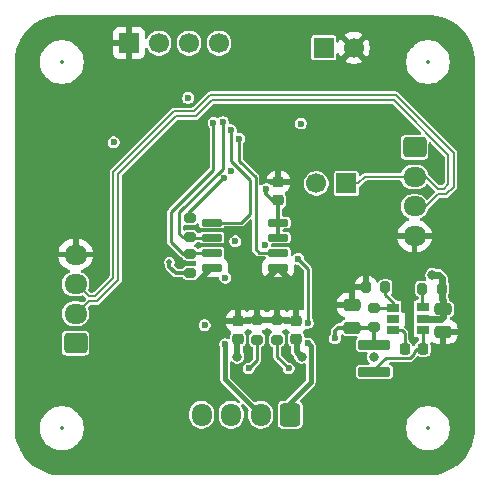
<source format=gbl>
%TF.GenerationSoftware,KiCad,Pcbnew,9.0.2-9.0.2-0~ubuntu22.04.1*%
%TF.CreationDate,2025-05-11T10:39:50+03:00*%
%TF.ProjectId,steper-motor-unit,73746570-6572-42d6-9d6f-746f722d756e,rev?*%
%TF.SameCoordinates,Original*%
%TF.FileFunction,Copper,L4,Bot*%
%TF.FilePolarity,Positive*%
%FSLAX46Y46*%
G04 Gerber Fmt 4.6, Leading zero omitted, Abs format (unit mm)*
G04 Created by KiCad (PCBNEW 9.0.2-9.0.2-0~ubuntu22.04.1) date 2025-05-11 10:39:50*
%MOMM*%
%LPD*%
G01*
G04 APERTURE LIST*
G04 Aperture macros list*
%AMRoundRect*
0 Rectangle with rounded corners*
0 $1 Rounding radius*
0 $2 $3 $4 $5 $6 $7 $8 $9 X,Y pos of 4 corners*
0 Add a 4 corners polygon primitive as box body*
4,1,4,$2,$3,$4,$5,$6,$7,$8,$9,$2,$3,0*
0 Add four circle primitives for the rounded corners*
1,1,$1+$1,$2,$3*
1,1,$1+$1,$4,$5*
1,1,$1+$1,$6,$7*
1,1,$1+$1,$8,$9*
0 Add four rect primitives between the rounded corners*
20,1,$1+$1,$2,$3,$4,$5,0*
20,1,$1+$1,$4,$5,$6,$7,0*
20,1,$1+$1,$6,$7,$8,$9,0*
20,1,$1+$1,$8,$9,$2,$3,0*%
G04 Aperture macros list end*
%TA.AperFunction,ComponentPad*%
%ADD10RoundRect,0.250000X0.725000X-0.600000X0.725000X0.600000X-0.725000X0.600000X-0.725000X-0.600000X0*%
%TD*%
%TA.AperFunction,ComponentPad*%
%ADD11O,1.950000X1.700000*%
%TD*%
%TA.AperFunction,ComponentPad*%
%ADD12RoundRect,0.250000X-0.725000X0.600000X-0.725000X-0.600000X0.725000X-0.600000X0.725000X0.600000X0*%
%TD*%
%TA.AperFunction,ComponentPad*%
%ADD13R,1.700000X1.700000*%
%TD*%
%TA.AperFunction,ComponentPad*%
%ADD14C,1.700000*%
%TD*%
%TA.AperFunction,ComponentPad*%
%ADD15RoundRect,0.250000X0.600000X0.725000X-0.600000X0.725000X-0.600000X-0.725000X0.600000X-0.725000X0*%
%TD*%
%TA.AperFunction,ComponentPad*%
%ADD16O,1.700000X1.950000*%
%TD*%
%TA.AperFunction,SMDPad,CuDef*%
%ADD17R,1.000000X0.800000*%
%TD*%
%TA.AperFunction,SMDPad,CuDef*%
%ADD18RoundRect,0.250000X0.475000X-0.250000X0.475000X0.250000X-0.475000X0.250000X-0.475000X-0.250000X0*%
%TD*%
%TA.AperFunction,SMDPad,CuDef*%
%ADD19RoundRect,0.225000X0.250000X-0.225000X0.250000X0.225000X-0.250000X0.225000X-0.250000X-0.225000X0*%
%TD*%
%TA.AperFunction,SMDPad,CuDef*%
%ADD20RoundRect,0.225000X-0.250000X0.225000X-0.250000X-0.225000X0.250000X-0.225000X0.250000X0.225000X0*%
%TD*%
%TA.AperFunction,SMDPad,CuDef*%
%ADD21RoundRect,0.090000X0.760000X-0.210000X0.760000X0.210000X-0.760000X0.210000X-0.760000X-0.210000X0*%
%TD*%
%TA.AperFunction,SMDPad,CuDef*%
%ADD22RoundRect,0.200000X0.275000X-0.200000X0.275000X0.200000X-0.275000X0.200000X-0.275000X-0.200000X0*%
%TD*%
%TA.AperFunction,SMDPad,CuDef*%
%ADD23RoundRect,0.120000X-1.230000X-0.280000X1.230000X-0.280000X1.230000X0.280000X-1.230000X0.280000X0*%
%TD*%
%TA.AperFunction,SMDPad,CuDef*%
%ADD24RoundRect,0.250000X-0.475000X0.250000X-0.475000X-0.250000X0.475000X-0.250000X0.475000X0.250000X0*%
%TD*%
%TA.AperFunction,SMDPad,CuDef*%
%ADD25RoundRect,0.225000X0.225000X0.250000X-0.225000X0.250000X-0.225000X-0.250000X0.225000X-0.250000X0*%
%TD*%
%TA.AperFunction,SMDPad,CuDef*%
%ADD26RoundRect,0.200000X-0.275000X0.200000X-0.275000X-0.200000X0.275000X-0.200000X0.275000X0.200000X0*%
%TD*%
%TA.AperFunction,SMDPad,CuDef*%
%ADD27RoundRect,0.200000X0.200000X0.275000X-0.200000X0.275000X-0.200000X-0.275000X0.200000X-0.275000X0*%
%TD*%
%TA.AperFunction,ViaPad*%
%ADD28C,0.600000*%
%TD*%
%TA.AperFunction,ViaPad*%
%ADD29C,0.500000*%
%TD*%
%TA.AperFunction,ViaPad*%
%ADD30C,0.800000*%
%TD*%
%TA.AperFunction,Conductor*%
%ADD31C,0.240000*%
%TD*%
%TA.AperFunction,Conductor*%
%ADD32C,0.310000*%
%TD*%
%TA.AperFunction,Conductor*%
%ADD33C,0.400000*%
%TD*%
%TA.AperFunction,Conductor*%
%ADD34C,0.200000*%
%TD*%
%TA.AperFunction,Conductor*%
%ADD35C,0.600000*%
%TD*%
%TA.AperFunction,Conductor*%
%ADD36C,0.500000*%
%TD*%
%ADD37C,0.300000*%
%ADD38C,0.350000*%
G04 APERTURE END LIST*
D10*
%TO.P,J2,1,Pin_1*%
%TO.N,VCC*%
X5660000Y11700000D03*
D11*
%TO.P,J2,2,Pin_2*%
%TO.N,/CAN/CAN_P*%
X5660000Y14200000D03*
%TO.P,J2,3,Pin_3*%
%TO.N,/CAN/CAN_N*%
X5660000Y16700000D03*
%TO.P,J2,4,Pin_4*%
%TO.N,GND*%
X5660000Y19200000D03*
%TD*%
D12*
%TO.P,J3,1,Pin_1*%
%TO.N,VCC*%
X34360000Y28270000D03*
D11*
%TO.P,J3,2,Pin_2*%
%TO.N,/CAN/CAN_P*%
X34360000Y25770000D03*
%TO.P,J3,3,Pin_3*%
%TO.N,/CAN/CAN_N*%
X34360000Y23270000D03*
%TO.P,J3,4,Pin_4*%
%TO.N,GND*%
X34360000Y20770000D03*
%TD*%
D13*
%TO.P,J4,1,Pin_1*%
%TO.N,/CAN/CAN_P*%
X28590000Y25215000D03*
D14*
%TO.P,J4,2,Pin_2*%
%TO.N,Net-(J4-Pin_2)*%
X26050000Y25215000D03*
%TD*%
D13*
%TO.P,J6,1,Pin_1*%
%TO.N,VCC*%
X26675000Y36700000D03*
D14*
%TO.P,J6,2,Pin_2*%
%TO.N,GND*%
X29215000Y36700000D03*
%TD*%
D15*
%TO.P,J5,1,Pin_1*%
%TO.N,/StepperDriver/OUT2B*%
X23830000Y5632500D03*
D16*
%TO.P,J5,2,Pin_2*%
%TO.N,/StepperDriver/OUT1B*%
X21330000Y5632500D03*
%TO.P,J5,3,Pin_3*%
%TO.N,/StepperDriver/OUT2A*%
X18830000Y5632500D03*
%TO.P,J5,4,Pin_4*%
%TO.N,/StepperDriver/OUT1A*%
X16330000Y5632500D03*
%TD*%
D13*
%TO.P,J1,1,Pin_1*%
%TO.N,GND*%
X10190000Y37100000D03*
D14*
%TO.P,J1,2,Pin_2*%
%TO.N,/MCU/SWCLK*%
X12730000Y37100000D03*
%TO.P,J1,3,Pin_3*%
%TO.N,/MCU/SWDIO*%
X15270000Y37100000D03*
%TO.P,J1,4,Pin_4*%
%TO.N,+3.3V*%
X17810000Y37100000D03*
%TD*%
D17*
%TO.P,U1,1,BST*%
%TO.N,Net-(U1-BST)*%
X32540000Y12800000D03*
%TO.P,U1,2,GND*%
%TO.N,GND*%
X32540000Y13750000D03*
%TO.P,U1,3,FB*%
%TO.N,Net-(U1-FB)*%
X32540000Y14700000D03*
%TO.P,U1,4,EN*%
%TO.N,Net-(U1-EN)*%
X35040000Y14750000D03*
%TO.P,U1,5,VIN*%
%TO.N,VCC*%
X35040000Y13750000D03*
%TO.P,U1,6,SW*%
%TO.N,Net-(U1-SW)*%
X35040000Y12800000D03*
%TD*%
D18*
%TO.P,C3,1*%
%TO.N,+3.3V*%
X29050000Y13020000D03*
%TO.P,C3,2*%
%TO.N,GND*%
X29050000Y14920000D03*
%TD*%
D19*
%TO.P,C12,1*%
%TO.N,+3.3V*%
X22820000Y23785000D03*
%TO.P,C12,2*%
%TO.N,GND*%
X22820000Y25335000D03*
%TD*%
D20*
%TO.P,C17,1*%
%TO.N,GND*%
X24340000Y13590000D03*
%TO.P,C17,2*%
%TO.N,VCC*%
X24340000Y12040000D03*
%TD*%
D21*
%TO.P,U4,1,VDD5V*%
%TO.N,+3.3V*%
X22810000Y21905000D03*
%TO.P,U4,2,VDD3V3*%
X22810000Y20635000D03*
%TO.P,U4,3,OUT*%
%TO.N,/Encoder/AS_PWM*%
X22810000Y19365000D03*
%TO.P,U4,4,GND*%
%TO.N,GND*%
X22810000Y18095000D03*
%TO.P,U4,5,PGO*%
X17190000Y18095000D03*
%TO.P,U4,6,SDA*%
%TO.N,/Encoder/SDA*%
X17190000Y19365000D03*
%TO.P,U4,7,SCL*%
%TO.N,/Encoder/SCL*%
X17190000Y20635000D03*
%TO.P,U4,8,DIR*%
%TO.N,/Encoder/AS_DIR*%
X17190000Y21905000D03*
%TD*%
D22*
%TO.P,R1,1*%
%TO.N,+3.3V*%
X30950000Y13060000D03*
%TO.P,R1,2*%
%TO.N,Net-(U1-FB)*%
X30950000Y14710000D03*
%TD*%
D23*
%TO.P,L1,1,1*%
%TO.N,+3.3V*%
X30950000Y11580000D03*
%TO.P,L1,2,2*%
%TO.N,Net-(U1-SW)*%
X30950000Y9280000D03*
%TD*%
D24*
%TO.P,C2,1*%
%TO.N,VCC*%
X36780000Y14560000D03*
%TO.P,C2,2*%
%TO.N,GND*%
X36780000Y12660000D03*
%TD*%
D20*
%TO.P,C18,1*%
%TO.N,GND*%
X19400000Y13580000D03*
%TO.P,C18,2*%
%TO.N,VCC*%
X19400000Y12030000D03*
%TD*%
D22*
%TO.P,R12,1*%
%TO.N,/StepperDriver/SENSE2*%
X22730000Y11995000D03*
%TO.P,R12,2*%
%TO.N,GND*%
X22730000Y13645000D03*
%TD*%
%TO.P,R13,1*%
%TO.N,/StepperDriver/SENSE1*%
X21010000Y11995000D03*
%TO.P,R13,2*%
%TO.N,GND*%
X21010000Y13645000D03*
%TD*%
D25*
%TO.P,C1,1*%
%TO.N,Net-(U1-SW)*%
X35075000Y11230000D03*
%TO.P,C1,2*%
%TO.N,Net-(U1-BST)*%
X33525000Y11230000D03*
%TD*%
D26*
%TO.P,R7,1*%
%TO.N,+3.3V*%
X15370000Y22315000D03*
%TO.P,R7,2*%
%TO.N,/Encoder/SCL*%
X15370000Y20665000D03*
%TD*%
D22*
%TO.P,R8,1*%
%TO.N,+3.3V*%
X15370000Y17630000D03*
%TO.P,R8,2*%
%TO.N,/Encoder/SDA*%
X15370000Y19280000D03*
%TD*%
D27*
%TO.P,R2,1*%
%TO.N,VCC*%
X36675000Y16320000D03*
%TO.P,R2,2*%
%TO.N,Net-(U1-EN)*%
X35025000Y16320000D03*
%TD*%
%TO.P,R3,1*%
%TO.N,Net-(U1-FB)*%
X31890000Y16420000D03*
%TO.P,R3,2*%
%TO.N,GND*%
X30240000Y16420000D03*
%TD*%
D28*
%TO.N,/MCU/A4988_ENABLE*%
X24510000Y18820000D03*
X25330000Y13420000D03*
%TO.N,GND*%
X10990000Y19600000D03*
X11620000Y18960000D03*
X12340000Y18340000D03*
X13100000Y14460000D03*
X13100000Y15570000D03*
X13100000Y16670000D03*
X13110000Y17720000D03*
%TO.N,/StepperDriver/OUT1B*%
X18330000Y11610000D03*
%TO.N,/StepperDriver/OUT2B*%
X25370000Y11670000D03*
%TO.N,GND*%
X33780000Y14690000D03*
X20230000Y21200000D03*
X15670000Y16390000D03*
X19160000Y21220000D03*
X33790000Y13750000D03*
%TO.N,+3.3V*%
X16590000Y13220000D03*
X21690000Y20020000D03*
X18780000Y26270000D03*
X18340000Y17230000D03*
X27625309Y12103319D03*
X21810000Y24740000D03*
X19180000Y20310000D03*
X18224293Y25675707D03*
X8895000Y28705000D03*
X15190000Y32460000D03*
X24740000Y30290000D03*
D29*
X13610000Y18580000D03*
D28*
%TO.N,/Encoder/AS_PWM*%
X19520000Y29020000D03*
%TO.N,/Encoder/SCL*%
X18135744Y30400253D03*
%TO.N,/Encoder/SDA*%
X17338014Y30340000D03*
%TO.N,/Encoder/AS_DIR*%
X18802116Y29724088D03*
D30*
%TO.N,VCC*%
X24790000Y10550000D03*
X30920000Y10550000D03*
X19360000Y10550000D03*
X35880000Y17470000D03*
D28*
%TO.N,/StepperDriver/SENSE2*%
X23710000Y9550000D03*
%TO.N,/StepperDriver/SENSE1*%
X20310000Y9550000D03*
%TD*%
D31*
%TO.N,/MCU/A4988_ENABLE*%
X24510000Y18820000D02*
X25330000Y18000000D01*
X25330000Y18000000D02*
X25330000Y13420000D01*
D32*
%TO.N,+3.3V*%
X21810000Y24740000D02*
X21810000Y24300000D01*
X21810000Y24300000D02*
X22320000Y23790000D01*
X22320000Y23790000D02*
X22815000Y23790000D01*
X22815000Y23790000D02*
X22820000Y23785000D01*
X15370000Y22315000D02*
X15370000Y22821414D01*
X15370000Y22821414D02*
X18224293Y25675707D01*
D31*
%TO.N,Net-(U1-SW)*%
X35075000Y11230000D02*
X34540000Y11230000D01*
X34540000Y11230000D02*
X34296000Y10986000D01*
X33982396Y10434000D02*
X31904000Y10434000D01*
X34296000Y10986000D02*
X34296000Y10747604D01*
X34296000Y10747604D02*
X33982396Y10434000D01*
X31904000Y10434000D02*
X30950000Y9480000D01*
X30950000Y9480000D02*
X30950000Y9280000D01*
%TO.N,/StepperDriver/SENSE2*%
X23710000Y9550000D02*
X22730000Y10530000D01*
X22730000Y10530000D02*
X22730000Y11995000D01*
%TO.N,/StepperDriver/SENSE1*%
X20310000Y9550000D02*
X21010000Y10250000D01*
X21010000Y10250000D02*
X21010000Y11995000D01*
D33*
%TO.N,/StepperDriver/OUT2B*%
X25370000Y11670000D02*
X25591000Y11449000D01*
X25591000Y11449000D02*
X25591000Y8421000D01*
X25591000Y8421000D02*
X23830000Y6660000D01*
X23830000Y6660000D02*
X23830000Y5632500D01*
%TO.N,/StepperDriver/OUT1B*%
X18330000Y11610000D02*
X18330000Y8632500D01*
X18330000Y8632500D02*
X21330000Y5632500D01*
D32*
%TO.N,+3.3V*%
X14140000Y17630000D02*
X15370000Y17630000D01*
X30950000Y13060000D02*
X30950000Y11580000D01*
X29090000Y13060000D02*
X29050000Y13020000D01*
X22820000Y23785000D02*
X22820000Y21915000D01*
X13610000Y18580000D02*
X13610000Y18160000D01*
X30910000Y13020000D02*
X30950000Y13060000D01*
X27625309Y12735309D02*
X27625309Y12103319D01*
X29050000Y13020000D02*
X27910000Y13020000D01*
X29050000Y13020000D02*
X30910000Y13020000D01*
X27910000Y13020000D02*
X27625309Y12735309D01*
X13610000Y18160000D02*
X14140000Y17630000D01*
X22820000Y21915000D02*
X22810000Y21905000D01*
X22810000Y21905000D02*
X22810000Y20635000D01*
D31*
%TO.N,Net-(U1-SW)*%
X35040000Y11265000D02*
X35075000Y11230000D01*
X35040000Y12800000D02*
X35040000Y11265000D01*
%TO.N,Net-(U1-BST)*%
X32540000Y12800000D02*
X33280000Y12800000D01*
X33525000Y12555000D02*
X33525000Y11230000D01*
X33280000Y12800000D02*
X33525000Y12555000D01*
%TO.N,/Encoder/AS_PWM*%
X19520000Y29020000D02*
X19520000Y27140000D01*
X19520000Y27140000D02*
X20910000Y25750000D01*
X20910000Y19640000D02*
X21185000Y19365000D01*
X21185000Y19365000D02*
X22810000Y19365000D01*
X20910000Y25750000D02*
X20910000Y19640000D01*
%TO.N,Net-(U1-FB)*%
X32540000Y14700000D02*
X30960000Y14700000D01*
X30960000Y14700000D02*
X30950000Y14710000D01*
X32540000Y15140000D02*
X32540000Y14700000D01*
X31890000Y15790000D02*
X32540000Y15140000D01*
X31890000Y16420000D02*
X31890000Y15790000D01*
%TO.N,Net-(U1-EN)*%
X35025000Y16320000D02*
X35025000Y14765000D01*
X35025000Y14765000D02*
X35040000Y14750000D01*
%TO.N,/Encoder/SCL*%
X14460000Y20950000D02*
X14745000Y20665000D01*
X17190000Y20635000D02*
X15400000Y20635000D01*
X14460000Y22788227D02*
X14460000Y20950000D01*
X18135744Y30400253D02*
X18135744Y26463971D01*
X14745000Y20665000D02*
X15370000Y20665000D01*
X18135744Y26463971D02*
X14460000Y22788227D01*
X15400000Y20635000D02*
X15370000Y20665000D01*
%TO.N,/Encoder/SDA*%
X17190000Y19365000D02*
X15455000Y19365000D01*
X13740000Y20300000D02*
X14760000Y19280000D01*
X13740000Y22790000D02*
X13740000Y20300000D01*
X14760000Y19280000D02*
X15370000Y19280000D01*
X15455000Y19365000D02*
X15370000Y19280000D01*
X17338014Y30340000D02*
X17338014Y26388014D01*
X17338014Y26388014D02*
X13740000Y22790000D01*
%TO.N,/Encoder/AS_DIR*%
X17190000Y21905000D02*
X19675000Y21905000D01*
X18802116Y27126111D02*
X18802116Y29724088D01*
X20430000Y22660000D02*
X20430000Y25498227D01*
X20430000Y25498227D02*
X18802116Y27126111D01*
X19675000Y21905000D02*
X20430000Y22660000D01*
D34*
%TO.N,/CAN/CAN_N*%
X37665000Y27825717D02*
X37665000Y24956802D01*
X37665000Y24956802D02*
X37003198Y24295000D01*
X5785000Y16700000D02*
X6810000Y15675000D01*
X15686802Y31345000D02*
X17056802Y32715000D01*
X5660000Y16700000D02*
X5785000Y16700000D01*
X35335000Y23270000D02*
X34360000Y23270000D01*
X17056802Y32715000D02*
X32775717Y32715000D01*
X8845000Y17233198D02*
X8845000Y26183198D01*
X14006802Y31345000D02*
X15686802Y31345000D01*
X34360000Y23270000D02*
X34485000Y23270000D01*
X7286802Y15675000D02*
X8845000Y17233198D01*
X32775717Y32715000D02*
X37665000Y27825717D01*
X36360000Y24295000D02*
X35335000Y23270000D01*
X37003198Y24295000D02*
X36360000Y24295000D01*
X8845000Y26183198D02*
X14006802Y31345000D01*
X6810000Y15675000D02*
X7286802Y15675000D01*
%TO.N,/CAN/CAN_P*%
X14193198Y30895000D02*
X15873198Y30895000D01*
X35335000Y25770000D02*
X34360000Y25770000D01*
X37215000Y27639321D02*
X37215000Y25143198D01*
X34360000Y25770000D02*
X34485000Y25770000D01*
X5785000Y14200000D02*
X6810000Y15225000D01*
X36816802Y24745000D02*
X36360000Y24745000D01*
X7473198Y15225000D02*
X9295000Y17046802D01*
X32589321Y32265000D02*
X37215000Y27639321D01*
X37215000Y25143198D02*
X36816802Y24745000D01*
X6810000Y15225000D02*
X7473198Y15225000D01*
X29575000Y25215000D02*
X28590000Y25215000D01*
X34360000Y25770000D02*
X30130000Y25770000D01*
X9295000Y25996802D02*
X14193198Y30895000D01*
X36360000Y24745000D02*
X35335000Y25770000D01*
X17243198Y32265000D02*
X32589321Y32265000D01*
X15873198Y30895000D02*
X17243198Y32265000D01*
X9295000Y17046802D02*
X9295000Y25996802D01*
X5660000Y14200000D02*
X5785000Y14200000D01*
X30130000Y25770000D02*
X29575000Y25215000D01*
D35*
%TO.N,VCC*%
X35880000Y17470000D02*
X36390000Y17470000D01*
D36*
X19360000Y11990000D02*
X19400000Y12030000D01*
D35*
X36780000Y15330000D02*
X36780000Y14560000D01*
X36780000Y14560000D02*
X36780000Y13930000D01*
X36780000Y13930000D02*
X36600000Y13750000D01*
X36675000Y16320000D02*
X36675000Y15435000D01*
X36390000Y17470000D02*
X36675000Y17185000D01*
X36675000Y17185000D02*
X36675000Y16320000D01*
X36600000Y13750000D02*
X35040000Y13750000D01*
X36675000Y15435000D02*
X36780000Y15330000D01*
D36*
X24790000Y10550000D02*
X24390000Y10950000D01*
X24390000Y11990000D02*
X24340000Y12040000D01*
X24390000Y10950000D02*
X24390000Y11990000D01*
X19360000Y10550000D02*
X19360000Y11990000D01*
%TD*%
%TA.AperFunction,Conductor*%
%TO.N,GND*%
G36*
X33010729Y14079815D02*
G01*
X33056484Y14027011D01*
X33066428Y13957853D01*
X33037403Y13894297D01*
X33031371Y13887819D01*
X32804456Y13660905D01*
X32743133Y13627420D01*
X32673441Y13632404D01*
X32629094Y13660905D01*
X32450905Y13839095D01*
X32417420Y13900418D01*
X32422404Y13970110D01*
X32450905Y14014457D01*
X32499629Y14063181D01*
X32560952Y14096666D01*
X32587310Y14099500D01*
X32943690Y14099500D01*
X33010729Y14079815D01*
G37*
%TD.AperFunction*%
%TA.AperFunction,Conductor*%
G36*
X35502855Y39499368D02*
G01*
X35863303Y39482703D01*
X35874707Y39481646D01*
X36229231Y39432192D01*
X36240490Y39430087D01*
X36588931Y39348135D01*
X36599947Y39345001D01*
X36939355Y39231243D01*
X36950035Y39227105D01*
X37277482Y39082523D01*
X37287735Y39077418D01*
X37600452Y38903234D01*
X37610190Y38897205D01*
X37905512Y38694906D01*
X37914652Y38688003D01*
X38190035Y38459328D01*
X38198499Y38451612D01*
X38451612Y38198499D01*
X38459328Y38190035D01*
X38688003Y37914652D01*
X38694906Y37905512D01*
X38897205Y37610190D01*
X38903234Y37600452D01*
X39077418Y37287735D01*
X39082523Y37277482D01*
X39227105Y36950035D01*
X39231243Y36939355D01*
X39345001Y36599947D01*
X39348135Y36588931D01*
X39430087Y36240490D01*
X39432192Y36229231D01*
X39481646Y35874707D01*
X39482703Y35863303D01*
X39499368Y35502855D01*
X39499500Y35497128D01*
X39499500Y4502871D01*
X39499368Y4497144D01*
X39482703Y4136696D01*
X39481646Y4125292D01*
X39432192Y3770768D01*
X39430087Y3759509D01*
X39348135Y3411068D01*
X39345001Y3400052D01*
X39231243Y3060644D01*
X39227105Y3049965D01*
X39186527Y2958064D01*
X39082523Y2722517D01*
X39077418Y2712264D01*
X38903234Y2399547D01*
X38897205Y2389809D01*
X38694906Y2094487D01*
X38688003Y2085347D01*
X38459328Y1809964D01*
X38451612Y1801500D01*
X38198499Y1548387D01*
X38190035Y1540671D01*
X37914652Y1311996D01*
X37905512Y1305093D01*
X37610190Y1102794D01*
X37600452Y1096765D01*
X37287735Y922581D01*
X37277488Y917479D01*
X36950022Y772889D01*
X36939368Y768761D01*
X36599934Y654994D01*
X36588944Y651867D01*
X36240482Y569910D01*
X36229238Y567808D01*
X35874700Y518352D01*
X35863310Y517296D01*
X35509174Y500924D01*
X35502855Y500632D01*
X35497128Y500500D01*
X4502872Y500500D01*
X4497145Y500632D01*
X4491523Y500891D01*
X4136687Y517296D01*
X4125301Y518352D01*
X3770757Y567809D01*
X3759520Y569909D01*
X3411049Y651869D01*
X3400070Y654992D01*
X3060623Y768763D01*
X3049984Y772886D01*
X2722503Y917482D01*
X2712277Y922574D01*
X2399541Y1096768D01*
X2389814Y1102790D01*
X2094472Y1305103D01*
X2085360Y1311985D01*
X1809951Y1540682D01*
X1801511Y1548376D01*
X1548376Y1801511D01*
X1540682Y1809951D01*
X1311985Y2085360D01*
X1305103Y2094472D01*
X1102790Y2389814D01*
X1096765Y2399547D01*
X957541Y2649500D01*
X922574Y2712277D01*
X917482Y2722503D01*
X772886Y3049984D01*
X768763Y3060623D01*
X654992Y3400070D01*
X651869Y3411049D01*
X569909Y3759520D01*
X567809Y3770757D01*
X518352Y4125301D01*
X517296Y4136696D01*
X500632Y4497144D01*
X500500Y4502871D01*
X500500Y4621288D01*
X2649500Y4621288D01*
X2649500Y4378711D01*
X2681161Y4138214D01*
X2743947Y3903895D01*
X2836773Y3679794D01*
X2836777Y3679785D01*
X2958067Y3469706D01*
X3105733Y3277263D01*
X3105739Y3277256D01*
X3277256Y3105739D01*
X3277263Y3105733D01*
X3469706Y2958067D01*
X3679785Y2836777D01*
X3679794Y2836773D01*
X3903895Y2743947D01*
X4138214Y2681161D01*
X4378711Y2649500D01*
X4378712Y2649500D01*
X4621289Y2649500D01*
X4861785Y2681161D01*
X5096104Y2743947D01*
X5320205Y2836773D01*
X5320214Y2836777D01*
X5358661Y2858974D01*
X5530289Y2958064D01*
X5656898Y3055214D01*
X5722736Y3105733D01*
X5722743Y3105739D01*
X5894260Y3277256D01*
X5894266Y3277263D01*
X6041932Y3469706D01*
X6041936Y3469711D01*
X6163224Y3679788D01*
X6256054Y3903900D01*
X6318838Y4138211D01*
X6350500Y4378712D01*
X6350500Y4621288D01*
X6318838Y4861789D01*
X6256054Y5096100D01*
X6163224Y5320212D01*
X6041936Y5530289D01*
X5894265Y5722738D01*
X5894260Y5722743D01*
X5837628Y5779376D01*
X5756034Y5860969D01*
X15279500Y5860969D01*
X15279500Y5404030D01*
X15319868Y5201087D01*
X15319870Y5201079D01*
X15399058Y5009903D01*
X15514024Y4837842D01*
X15660342Y4691524D01*
X15832403Y4576558D01*
X16023579Y4497370D01*
X16023587Y4497368D01*
X16226530Y4457000D01*
X16226535Y4457000D01*
X16433469Y4457000D01*
X16636412Y4497368D01*
X16636420Y4497370D01*
X16827596Y4576558D01*
X16827598Y4576559D01*
X16913626Y4634041D01*
X16999657Y4691524D01*
X17145975Y4837842D01*
X17156257Y4853230D01*
X17260941Y5009902D01*
X17340130Y5201080D01*
X17380500Y5404035D01*
X17380500Y5860965D01*
X17340130Y6063920D01*
X17260941Y6255098D01*
X17145977Y6427155D01*
X16999655Y6573477D01*
X16827598Y6688441D01*
X16636420Y6767630D01*
X16433467Y6807999D01*
X16433466Y6808000D01*
X16433465Y6808000D01*
X16226535Y6808000D01*
X16226534Y6808000D01*
X16226530Y6807999D01*
X16023580Y6767630D01*
X15832402Y6688441D01*
X15703017Y6601989D01*
X15660342Y6573475D01*
X15514024Y6427157D01*
X15514023Y6427155D01*
X15399697Y6256052D01*
X15399058Y6255096D01*
X15319870Y6063920D01*
X15319868Y6063912D01*
X15279500Y5860969D01*
X5756034Y5860969D01*
X5722743Y5894260D01*
X5722738Y5894265D01*
X5530289Y6041936D01*
X5320212Y6163224D01*
X5096100Y6256054D01*
X4861789Y6318838D01*
X4669388Y6344167D01*
X4621289Y6350500D01*
X4621288Y6350500D01*
X4378712Y6350500D01*
X4378711Y6350500D01*
X4318586Y6342584D01*
X4138211Y6318838D01*
X3903900Y6256054D01*
X3903895Y6256052D01*
X3901587Y6255096D01*
X3679788Y6163224D01*
X3469711Y6041936D01*
X3469706Y6041932D01*
X3277263Y5894266D01*
X3277256Y5894260D01*
X3105739Y5722743D01*
X3105735Y5722738D01*
X2958064Y5530289D01*
X2858974Y5358661D01*
X2836777Y5320214D01*
X2836773Y5320205D01*
X2743947Y5096104D01*
X2681161Y4861785D01*
X2649500Y4621288D01*
X500500Y4621288D01*
X500500Y12354269D01*
X4484500Y12354269D01*
X4484500Y11045730D01*
X4487353Y11015300D01*
X4487353Y11015298D01*
X4532206Y10887119D01*
X4532207Y10887117D01*
X4612850Y10777850D01*
X4722117Y10697207D01*
X4722119Y10697206D01*
X4850299Y10652353D01*
X4880730Y10649500D01*
X4880734Y10649500D01*
X6439270Y10649500D01*
X6469699Y10652353D01*
X6469701Y10652353D01*
X6597880Y10697206D01*
X6597882Y10697207D01*
X6637944Y10726774D01*
X6707150Y10777850D01*
X6787793Y10887118D01*
X6809354Y10948736D01*
X6832646Y11015298D01*
X6832646Y11015300D01*
X6835500Y11045730D01*
X6835500Y12354269D01*
X6832646Y12384699D01*
X6832646Y12384701D01*
X6797191Y12486023D01*
X6787793Y12512882D01*
X6707150Y12622150D01*
X6597882Y12702793D01*
X6496909Y12738125D01*
X6469700Y12747646D01*
X6439270Y12750500D01*
X6439266Y12750500D01*
X4880734Y12750500D01*
X4880730Y12750500D01*
X4850300Y12747646D01*
X4850298Y12747646D01*
X4772413Y12720392D01*
X4722118Y12702793D01*
X4612850Y12622150D01*
X4546280Y12531950D01*
X4532207Y12512882D01*
X4532206Y12512880D01*
X4487353Y12384701D01*
X4487353Y12384699D01*
X4484500Y12354269D01*
X500500Y12354269D01*
X500500Y19450000D01*
X4207769Y19450000D01*
X5255854Y19450000D01*
X5217370Y19383343D01*
X5185000Y19262535D01*
X5185000Y19137465D01*
X5217370Y19016657D01*
X5255854Y18950000D01*
X4207769Y18950000D01*
X4218242Y18883873D01*
X4218242Y18883870D01*
X4283904Y18681782D01*
X4380379Y18492442D01*
X4505272Y18320540D01*
X4505276Y18320535D01*
X4655535Y18170276D01*
X4655540Y18170272D01*
X4827442Y18045379D01*
X5016781Y17948905D01*
X5138856Y17909240D01*
X5196531Y17869802D01*
X5223729Y17805443D01*
X5211814Y17736597D01*
X5164570Y17685121D01*
X5147993Y17676749D01*
X5037402Y17630941D01*
X4914853Y17549057D01*
X4865342Y17515975D01*
X4719024Y17369657D01*
X4697884Y17338018D01*
X4655988Y17275315D01*
X4604058Y17197596D01*
X4524870Y17006420D01*
X4524868Y17006412D01*
X4484500Y16803469D01*
X4484500Y16596530D01*
X4524868Y16393587D01*
X4524870Y16393579D01*
X4604058Y16202403D01*
X4719024Y16030342D01*
X4865342Y15884024D01*
X5037403Y15769058D01*
X5228579Y15689870D01*
X5228587Y15689868D01*
X5431530Y15649500D01*
X5431535Y15649500D01*
X5888469Y15649500D01*
X6091412Y15689868D01*
X6091424Y15689871D01*
X6211971Y15739803D01*
X6231845Y15741939D01*
X6250576Y15748926D01*
X6265873Y15745598D01*
X6281440Y15747272D01*
X6299315Y15738323D01*
X6318849Y15734075D01*
X6341141Y15717387D01*
X6343919Y15715997D01*
X6347104Y15712924D01*
X6522349Y15537679D01*
X6555833Y15476359D01*
X6550849Y15406667D01*
X6522348Y15362319D01*
X6347104Y15187075D01*
X6285781Y15153590D01*
X6216089Y15158574D01*
X6212049Y15160163D01*
X6091420Y15210130D01*
X5888467Y15250499D01*
X5888466Y15250500D01*
X5888465Y15250500D01*
X5431535Y15250500D01*
X5431534Y15250500D01*
X5431530Y15250499D01*
X5228580Y15210130D01*
X5037402Y15130941D01*
X4877089Y15023824D01*
X4865342Y15015975D01*
X4719024Y14869657D01*
X4719023Y14869655D01*
X4645032Y14758918D01*
X4604058Y14697596D01*
X4524870Y14506420D01*
X4524868Y14506412D01*
X4484500Y14303469D01*
X4484500Y14096530D01*
X4524868Y13893587D01*
X4524870Y13893579D01*
X4604058Y13702403D01*
X4719024Y13530342D01*
X4865342Y13384024D01*
X5037403Y13269058D01*
X5228579Y13189870D01*
X5228587Y13189868D01*
X5431530Y13149500D01*
X5431535Y13149500D01*
X5888469Y13149500D01*
X6091412Y13189868D01*
X6091420Y13189870D01*
X6282596Y13269058D01*
X6282598Y13269059D01*
X6307789Y13285891D01*
X16089500Y13285891D01*
X16089500Y13154108D01*
X16123608Y13026812D01*
X16189500Y12912686D01*
X16189502Y12912683D01*
X16282683Y12819502D01*
X16282686Y12819500D01*
X16396812Y12753608D01*
X16524108Y12719500D01*
X16655891Y12719500D01*
X16655892Y12719500D01*
X16725402Y12738125D01*
X16783187Y12753608D01*
X16883395Y12811464D01*
X16897314Y12819500D01*
X16990500Y12912686D01*
X17056392Y13026814D01*
X17090500Y13154108D01*
X17090500Y13285892D01*
X17056392Y13413186D01*
X16990500Y13527314D01*
X16897314Y13620500D01*
X16783186Y13686392D01*
X16655892Y13720500D01*
X16524108Y13720500D01*
X16396814Y13686392D01*
X16282686Y13620500D01*
X16189500Y13527314D01*
X16156554Y13470250D01*
X16123608Y13413187D01*
X16113650Y13376022D01*
X16091008Y13291518D01*
X16089500Y13285891D01*
X6307789Y13285891D01*
X6378045Y13332834D01*
X6454657Y13384024D01*
X6600975Y13530342D01*
X6601747Y13531498D01*
X6715941Y13702402D01*
X6778454Y13853322D01*
X18425000Y13853322D01*
X18425000Y13830000D01*
X19150000Y13830000D01*
X19150000Y14529998D01*
X19650000Y14529998D01*
X19650000Y13830000D01*
X19905000Y13830000D01*
X19933681Y13858681D01*
X19995004Y13892166D01*
X20021362Y13895000D01*
X20760000Y13895000D01*
X20760000Y14544998D01*
X21260000Y14544998D01*
X21260000Y13895000D01*
X22480000Y13895000D01*
X22480000Y14544998D01*
X22980000Y14544998D01*
X22980000Y13895000D01*
X23728638Y13895000D01*
X23795677Y13875315D01*
X23816319Y13858681D01*
X23835000Y13840000D01*
X24090000Y13840000D01*
X24090000Y14539999D01*
X24041692Y14539999D01*
X24041677Y14539998D01*
X23942392Y14529855D01*
X23781518Y14476547D01*
X23781507Y14476542D01*
X23637271Y14387575D01*
X23637267Y14387572D01*
X23632503Y14382808D01*
X23571180Y14349323D01*
X23501488Y14354307D01*
X23457139Y14382810D01*
X23439877Y14400072D01*
X23294395Y14488019D01*
X23294396Y14488019D01*
X23132105Y14538590D01*
X23132107Y14538590D01*
X23061581Y14544999D01*
X22980000Y14544998D01*
X22480000Y14544998D01*
X22480000Y14544999D01*
X22398417Y14544999D01*
X22327897Y14538591D01*
X22327892Y14538590D01*
X22165603Y14488018D01*
X22020122Y14400072D01*
X21957681Y14337631D01*
X21896358Y14304146D01*
X21826666Y14309130D01*
X21782319Y14337631D01*
X21719878Y14400071D01*
X21719877Y14400072D01*
X21574395Y14488019D01*
X21574396Y14488019D01*
X21412105Y14538590D01*
X21412107Y14538590D01*
X21341581Y14544999D01*
X21260000Y14544998D01*
X20760000Y14544998D01*
X20760000Y14544999D01*
X20678417Y14544999D01*
X20607897Y14538591D01*
X20607892Y14538590D01*
X20445603Y14488018D01*
X20300122Y14400072D01*
X20277858Y14377808D01*
X20216535Y14344323D01*
X20146843Y14349307D01*
X20108879Y14373708D01*
X20108395Y14373095D01*
X20102728Y14377575D01*
X19958492Y14466542D01*
X19958481Y14466547D01*
X19797606Y14519855D01*
X19698316Y14529999D01*
X19650000Y14529998D01*
X19150000Y14529998D01*
X19150000Y14529999D01*
X19101692Y14529999D01*
X19101677Y14529998D01*
X19002392Y14519855D01*
X18841518Y14466547D01*
X18841507Y14466542D01*
X18697271Y14377575D01*
X18697267Y14377572D01*
X18577427Y14257732D01*
X18577424Y14257728D01*
X18488457Y14113492D01*
X18488452Y14113481D01*
X18435144Y13952606D01*
X18425000Y13853322D01*
X6778454Y13853322D01*
X6795130Y13893580D01*
X6835500Y14096535D01*
X6835500Y14303465D01*
X6795130Y14506420D01*
X6745194Y14626974D01*
X6743057Y14646847D01*
X6736072Y14665577D01*
X6739399Y14680873D01*
X6737726Y14696438D01*
X6746674Y14714315D01*
X6750924Y14733850D01*
X6767607Y14756136D01*
X6769000Y14758918D01*
X6772075Y14762104D01*
X6898152Y14888181D01*
X6959475Y14921666D01*
X6985833Y14924500D01*
X7512758Y14924500D01*
X7512760Y14924500D01*
X7563711Y14938152D01*
X7589188Y14944979D01*
X7589193Y14944982D01*
X7657702Y14984535D01*
X7657710Y14984541D01*
X7713658Y15040489D01*
X9535456Y16862286D01*
X9535459Y16862290D01*
X9536093Y16863387D01*
X9544348Y16877686D01*
X9575021Y16930813D01*
X9595500Y17007240D01*
X9595500Y18639309D01*
X13159500Y18639309D01*
X13159500Y18520691D01*
X13176024Y18459024D01*
X13190202Y18406110D01*
X13237887Y18323519D01*
X13254500Y18261519D01*
X13254500Y18113197D01*
X13278726Y18022780D01*
X13325529Y17941718D01*
X13325531Y17941715D01*
X13921715Y17345531D01*
X13921718Y17345529D01*
X14002780Y17298726D01*
X14093197Y17274500D01*
X14186803Y17274500D01*
X14648753Y17274500D01*
X14715792Y17254815D01*
X14759236Y17206796D01*
X14766736Y17192076D01*
X14766951Y17191656D01*
X14766954Y17191652D01*
X14856652Y17101954D01*
X14856657Y17101951D01*
X14856658Y17101950D01*
X14869317Y17095500D01*
X14969698Y17044352D01*
X15063475Y17029500D01*
X15063481Y17029500D01*
X15676517Y17029500D01*
X15744657Y17040292D01*
X15770304Y17044354D01*
X15883342Y17101950D01*
X15883344Y17101952D01*
X15883347Y17101954D01*
X15973045Y17191652D01*
X15973046Y17191654D01*
X15973050Y17191658D01*
X16030646Y17304696D01*
X16030646Y17304697D01*
X16034656Y17312567D01*
X16082631Y17363363D01*
X16114588Y17373140D01*
X16925543Y18184095D01*
X16986866Y18217580D01*
X17056558Y18212596D01*
X17100905Y18184095D01*
X17279094Y18005905D01*
X17312579Y17944582D01*
X17307595Y17874890D01*
X17279094Y17830543D01*
X16743551Y17295000D01*
X17715500Y17295000D01*
X17782539Y17275315D01*
X17828294Y17222511D01*
X17839500Y17171000D01*
X17839500Y17164108D01*
X17873608Y17036812D01*
X17939500Y16922686D01*
X17939502Y16922683D01*
X18032683Y16829502D01*
X18032686Y16829500D01*
X18146812Y16763608D01*
X18274108Y16729500D01*
X18405891Y16729500D01*
X18405892Y16729500D01*
X18488267Y16751572D01*
X18533187Y16763608D01*
X18602227Y16803469D01*
X18647314Y16829500D01*
X18740500Y16922686D01*
X18806392Y17036814D01*
X18840500Y17164108D01*
X18840500Y17295000D01*
X22363551Y17295000D01*
X23256448Y17295000D01*
X22810000Y17741448D01*
X22363551Y17295000D01*
X18840500Y17295000D01*
X18840500Y17295892D01*
X18806392Y17423186D01*
X18740500Y17537314D01*
X18647314Y17630500D01*
X18592926Y17661900D01*
X18544712Y17712466D01*
X18531488Y17781073D01*
X18531988Y17785472D01*
X18540000Y17846329D01*
X18540000Y18343670D01*
X18524814Y18459019D01*
X18524812Y18459024D01*
X18465366Y18602541D01*
X18465366Y18602542D01*
X18370792Y18725792D01*
X18247539Y18820368D01*
X18242143Y18823484D01*
X18193928Y18874051D01*
X18180706Y18942658D01*
X18190710Y18980957D01*
X18237681Y19087335D01*
X18237682Y19087338D01*
X18240500Y19111627D01*
X18240499Y19618372D01*
X18237682Y19642662D01*
X18193813Y19742016D01*
X18117016Y19818813D01*
X18017662Y19862682D01*
X17993373Y19865500D01*
X16386628Y19865499D01*
X16362338Y19862682D01*
X16262984Y19818813D01*
X16186187Y19742016D01*
X16186187Y19742015D01*
X16184414Y19739426D01*
X16179965Y19735794D01*
X16178646Y19734475D01*
X16175825Y19728297D01*
X16152117Y19713060D01*
X16130289Y19695242D01*
X16121681Y19693501D01*
X16117047Y19690523D01*
X16082112Y19685500D01*
X16057255Y19685500D01*
X15990216Y19705185D01*
X15969574Y19721819D01*
X15883347Y19808045D01*
X15883342Y19808050D01*
X15777427Y19862016D01*
X15726633Y19909990D01*
X15709838Y19977811D01*
X15732376Y20043946D01*
X15777427Y20082983D01*
X15883342Y20136950D01*
X15883344Y20136952D01*
X15883347Y20136954D01*
X15973045Y20226652D01*
X15973046Y20226654D01*
X15973050Y20226658D01*
X15978327Y20237015D01*
X16026301Y20287810D01*
X16094122Y20304605D01*
X16160257Y20282068D01*
X16177026Y20265073D01*
X16178062Y20266109D01*
X16262983Y20181187D01*
X16362336Y20137318D01*
X16386626Y20134500D01*
X16386627Y20134500D01*
X17993365Y20134500D01*
X17993388Y20134502D01*
X18017659Y20137317D01*
X18017662Y20137318D01*
X18117015Y20181186D01*
X18193812Y20257983D01*
X18193813Y20257984D01*
X18229892Y20339696D01*
X18237681Y20357335D01*
X18237682Y20357338D01*
X18239835Y20375891D01*
X18679500Y20375891D01*
X18679500Y20244108D01*
X18713608Y20116812D01*
X18779500Y20002686D01*
X18779502Y20002683D01*
X18872683Y19909502D01*
X18872686Y19909500D01*
X18986812Y19843608D01*
X19114108Y19809500D01*
X19245891Y19809500D01*
X19245892Y19809500D01*
X19309539Y19826554D01*
X19373187Y19843608D01*
X19437085Y19880500D01*
X19487314Y19909500D01*
X19580500Y20002686D01*
X19646392Y20116814D01*
X19680500Y20244108D01*
X19680500Y20375892D01*
X19646392Y20503186D01*
X19580500Y20617314D01*
X19487314Y20710500D01*
X19373186Y20776392D01*
X19245892Y20810500D01*
X19114108Y20810500D01*
X18986814Y20776392D01*
X18872686Y20710500D01*
X18779500Y20617314D01*
X18767704Y20596882D01*
X18713608Y20503187D01*
X18709107Y20486389D01*
X18685005Y20396435D01*
X18679500Y20375891D01*
X18239835Y20375891D01*
X18240500Y20381627D01*
X18240499Y20888372D01*
X18237682Y20912662D01*
X18193813Y21012016D01*
X18117016Y21088813D01*
X18017662Y21132682D01*
X17993373Y21135500D01*
X16386628Y21135499D01*
X16362338Y21132682D01*
X16262984Y21088813D01*
X16196501Y21022330D01*
X16135178Y20988845D01*
X16065486Y20993829D01*
X16009553Y21035701D01*
X15998339Y21053708D01*
X15973050Y21103342D01*
X15883342Y21193050D01*
X15770304Y21250646D01*
X15770302Y21250646D01*
X15770301Y21250647D01*
X15703147Y21261282D01*
X15676519Y21265500D01*
X15063482Y21265499D01*
X14969696Y21250646D01*
X14960793Y21246109D01*
X14892131Y21233212D01*
X14827389Y21259486D01*
X14787130Y21316591D01*
X14780500Y21356594D01*
X14780500Y21623404D01*
X14800185Y21690443D01*
X14852989Y21736198D01*
X14922147Y21746142D01*
X14960792Y21733890D01*
X14969694Y21729354D01*
X14969698Y21729352D01*
X15063475Y21714500D01*
X15063481Y21714500D01*
X15676517Y21714500D01*
X15744657Y21725292D01*
X15770304Y21729354D01*
X15883342Y21786950D01*
X15883344Y21786952D01*
X15883347Y21786954D01*
X15927819Y21831426D01*
X15989142Y21864911D01*
X16058834Y21859927D01*
X16114767Y21818055D01*
X16139184Y21752591D01*
X16139500Y21743746D01*
X16139500Y21651634D01*
X16139502Y21651611D01*
X16142317Y21627340D01*
X16142318Y21627337D01*
X16186186Y21527984D01*
X16262983Y21451187D01*
X16362336Y21407318D01*
X16386626Y21404500D01*
X16386627Y21404500D01*
X17993365Y21404500D01*
X17993388Y21404502D01*
X18017659Y21407317D01*
X18017662Y21407318D01*
X18117015Y21451186D01*
X18193809Y21527980D01*
X18193813Y21527984D01*
X18193815Y21527989D01*
X18195586Y21530574D01*
X18200034Y21534205D01*
X18201938Y21536109D01*
X18202130Y21535916D01*
X18249711Y21574758D01*
X18297888Y21584500D01*
X19717196Y21584500D01*
X19798709Y21606341D01*
X19871792Y21648536D01*
X19931464Y21708208D01*
X19938532Y21715276D01*
X19938534Y21715279D01*
X20377819Y22154563D01*
X20439142Y22188048D01*
X20508834Y22183064D01*
X20564767Y22141192D01*
X20589184Y22075728D01*
X20589500Y22066882D01*
X20589500Y19597803D01*
X20611341Y19516290D01*
X20653536Y19443208D01*
X20653538Y19443205D01*
X20988205Y19108538D01*
X20988211Y19108534D01*
X21061294Y19066339D01*
X21083131Y19060488D01*
X21142804Y19044499D01*
X21142806Y19044499D01*
X21234791Y19044499D01*
X21234807Y19044500D01*
X21679262Y19044500D01*
X21746301Y19024815D01*
X21792056Y18972011D01*
X21802000Y18902853D01*
X21772975Y18839297D01*
X21754749Y18822124D01*
X21629207Y18725792D01*
X21534633Y18602542D01*
X21534633Y18602541D01*
X21475187Y18459024D01*
X21475185Y18459019D01*
X21460000Y18343670D01*
X21460000Y17846329D01*
X21475185Y17730980D01*
X21475187Y17730975D01*
X21534633Y17587458D01*
X21534633Y17587457D01*
X21629209Y17464205D01*
X21740362Y17378914D01*
X22545543Y18184095D01*
X22606866Y18217580D01*
X22676558Y18212596D01*
X22720905Y18184095D01*
X22810000Y18095000D01*
X22899094Y18184094D01*
X22960417Y18217579D01*
X23030109Y18212595D01*
X23074456Y18184094D01*
X23879636Y17378914D01*
X23990792Y17464207D01*
X24085366Y17587457D01*
X24085366Y17587458D01*
X24144812Y17730975D01*
X24144814Y17730980D01*
X24160000Y17846329D01*
X24160000Y18234026D01*
X24165519Y18252823D01*
X24166090Y18272410D01*
X24175161Y18285661D01*
X24179685Y18301065D01*
X24194490Y18313894D01*
X24205560Y18330063D01*
X24220355Y18336305D01*
X24232489Y18346820D01*
X24251880Y18349608D01*
X24269934Y18357226D01*
X24292971Y18355516D01*
X24301647Y18356764D01*
X24305213Y18356198D01*
X24315388Y18354431D01*
X24316814Y18353608D01*
X24444108Y18319500D01*
X24516568Y18319500D01*
X24527096Y18317672D01*
X24549241Y18306768D01*
X24572922Y18299815D01*
X24587933Y18287717D01*
X24589780Y18286809D01*
X24590457Y18285684D01*
X24593564Y18283181D01*
X24973181Y17903564D01*
X25006666Y17842241D01*
X25009500Y17815883D01*
X25009500Y14611479D01*
X24989815Y14544440D01*
X24937011Y14498685D01*
X24867853Y14488741D01*
X24846495Y14493773D01*
X24737605Y14529856D01*
X24638316Y14539999D01*
X24590000Y14539998D01*
X24590000Y13714000D01*
X24570315Y13646961D01*
X24517511Y13601206D01*
X24466000Y13590000D01*
X24340000Y13590000D01*
X24340000Y13464000D01*
X24320315Y13396961D01*
X24267511Y13351206D01*
X24216000Y13340000D01*
X23341362Y13340000D01*
X23274323Y13359685D01*
X23253681Y13376319D01*
X23235000Y13395000D01*
X20505000Y13395000D01*
X20476319Y13366319D01*
X20414996Y13332834D01*
X20388638Y13330000D01*
X18425001Y13330000D01*
X18425001Y13306677D01*
X18435144Y13207392D01*
X18488452Y13046518D01*
X18488457Y13046507D01*
X18577424Y12902271D01*
X18577427Y12902267D01*
X18697268Y12782426D01*
X18797841Y12720392D01*
X18844565Y12668444D01*
X18855786Y12599481D01*
X18827943Y12535399D01*
X18820424Y12527173D01*
X18801476Y12508225D01*
X18801473Y12508221D01*
X18801472Y12508220D01*
X18740281Y12388126D01*
X18740280Y12388124D01*
X18740279Y12388121D01*
X18724500Y12288493D01*
X18724500Y12174937D01*
X18704815Y12107898D01*
X18652011Y12062143D01*
X18582853Y12052199D01*
X18538499Y12067550D01*
X18523186Y12076392D01*
X18395892Y12110500D01*
X18264108Y12110500D01*
X18136814Y12076392D01*
X18136812Y12076391D01*
X18121521Y12067563D01*
X18022686Y12010500D01*
X17929500Y11917314D01*
X17913808Y11890134D01*
X17863608Y11803187D01*
X17846554Y11739539D01*
X17829500Y11675892D01*
X17829500Y11544108D01*
X17860935Y11426789D01*
X17863609Y11416811D01*
X17863609Y11416810D01*
X17912887Y11331460D01*
X17929500Y11269460D01*
X17929500Y8579773D01*
X17956793Y8477910D01*
X18009520Y8386587D01*
X18009522Y8386584D01*
X19582752Y6813354D01*
X19616237Y6752031D01*
X19611253Y6682339D01*
X19569381Y6626406D01*
X19503917Y6601989D01*
X19435644Y6616841D01*
X19426181Y6622571D01*
X19340756Y6679649D01*
X19327598Y6688441D01*
X19136420Y6767630D01*
X18933467Y6807999D01*
X18933466Y6808000D01*
X18933465Y6808000D01*
X18726535Y6808000D01*
X18726534Y6808000D01*
X18726530Y6807999D01*
X18523580Y6767630D01*
X18332402Y6688441D01*
X18203017Y6601989D01*
X18160342Y6573475D01*
X18014024Y6427157D01*
X18014023Y6427155D01*
X17899697Y6256052D01*
X17899058Y6255096D01*
X17819870Y6063920D01*
X17819868Y6063912D01*
X17779500Y5860969D01*
X17779500Y5404030D01*
X17819868Y5201087D01*
X17819870Y5201079D01*
X17899058Y5009903D01*
X18014024Y4837842D01*
X18160342Y4691524D01*
X18332403Y4576558D01*
X18523579Y4497370D01*
X18523587Y4497368D01*
X18726530Y4457000D01*
X18726535Y4457000D01*
X18933469Y4457000D01*
X19136412Y4497368D01*
X19136420Y4497370D01*
X19327596Y4576558D01*
X19327598Y4576559D01*
X19413626Y4634041D01*
X19499657Y4691524D01*
X19645975Y4837842D01*
X19656257Y4853230D01*
X19760941Y5009902D01*
X19840130Y5201080D01*
X19880500Y5404035D01*
X19880500Y5860965D01*
X19840130Y6063920D01*
X19760941Y6255098D01*
X19695070Y6353681D01*
X19674193Y6420356D01*
X19692677Y6487737D01*
X19744656Y6534427D01*
X19813626Y6545603D01*
X19877690Y6517718D01*
X19885854Y6510251D01*
X20275046Y6121059D01*
X20308531Y6059736D01*
X20308982Y6009187D01*
X20279500Y5860969D01*
X20279500Y5404030D01*
X20319868Y5201087D01*
X20319870Y5201079D01*
X20399058Y5009903D01*
X20514024Y4837842D01*
X20660342Y4691524D01*
X20832403Y4576558D01*
X21023579Y4497370D01*
X21023587Y4497368D01*
X21226530Y4457000D01*
X21226535Y4457000D01*
X21433469Y4457000D01*
X21636412Y4497368D01*
X21636420Y4497370D01*
X21827596Y4576558D01*
X21827598Y4576559D01*
X21913626Y4634041D01*
X21999657Y4691524D01*
X22145975Y4837842D01*
X22156257Y4853230D01*
X22260941Y5009902D01*
X22340130Y5201080D01*
X22380500Y5404035D01*
X22380500Y5860965D01*
X22340130Y6063920D01*
X22260941Y6255098D01*
X22145977Y6427155D01*
X21999655Y6573477D01*
X21827598Y6688441D01*
X21636420Y6767630D01*
X21433467Y6807999D01*
X21433466Y6808000D01*
X21433465Y6808000D01*
X21226535Y6808000D01*
X21226534Y6808000D01*
X21226530Y6807999D01*
X21023580Y6767630D01*
X20972112Y6746311D01*
X20914639Y6722505D01*
X20845169Y6715036D01*
X20782690Y6746311D01*
X20779534Y6749356D01*
X18766817Y8762074D01*
X18733334Y8823395D01*
X18730500Y8849753D01*
X18730500Y10030902D01*
X18750185Y10097941D01*
X18802989Y10143696D01*
X18872147Y10153640D01*
X18935703Y10124615D01*
X18942181Y10118583D01*
X18991282Y10069481D01*
X18991290Y10069475D01*
X19128209Y9990426D01*
X19128216Y9990423D01*
X19280943Y9949500D01*
X19439056Y9949500D01*
X19439057Y9949500D01*
X19591784Y9990423D01*
X19591786Y9990424D01*
X19591790Y9990426D01*
X19728709Y10069475D01*
X19728717Y10069481D01*
X19840518Y10181282D01*
X19840524Y10181290D01*
X19919573Y10318209D01*
X19919577Y10318216D01*
X19960500Y10470943D01*
X19960500Y10629057D01*
X19919577Y10781784D01*
X19840520Y10918716D01*
X19840512Y10918723D01*
X19836128Y10924438D01*
X19810931Y10989606D01*
X19810500Y10999930D01*
X19810500Y11333241D01*
X19830185Y11400280D01*
X19878204Y11443725D01*
X19903221Y11456472D01*
X19998523Y11551774D01*
X19998526Y11551778D01*
X19998528Y11551780D01*
X20059719Y11671874D01*
X20059720Y11671878D01*
X20075500Y11771506D01*
X20075500Y12288493D01*
X20059720Y12388121D01*
X20059719Y12388121D01*
X20059719Y12388126D01*
X19998528Y12508220D01*
X19979574Y12527173D01*
X19971591Y12541792D01*
X19959588Y12553343D01*
X19955194Y12571821D01*
X19946090Y12588494D01*
X19947278Y12605115D01*
X19943425Y12621318D01*
X19949718Y12639236D01*
X19951073Y12658185D01*
X19961239Y12672041D01*
X19966577Y12687240D01*
X19984948Y12704356D01*
X19991049Y12712672D01*
X20186879Y12865237D01*
X20212525Y12875369D01*
X20236728Y12888585D01*
X20244558Y12888024D01*
X20251861Y12890910D01*
X20278914Y12885568D01*
X20306420Y12883601D01*
X20318529Y12877745D01*
X20320407Y12877375D01*
X20321528Y12876295D01*
X20327236Y12873536D01*
X20445602Y12801981D01*
X20526209Y12776863D01*
X20584356Y12738125D01*
X20612330Y12674100D01*
X20601248Y12605115D01*
X20554629Y12553072D01*
X20545630Y12548002D01*
X20496658Y12523050D01*
X20496656Y12523048D01*
X20496652Y12523045D01*
X20406954Y12433347D01*
X20406952Y12433344D01*
X20406950Y12433342D01*
X20369587Y12360013D01*
X20349352Y12320301D01*
X20334500Y12226524D01*
X20334500Y11763482D01*
X20347323Y11682519D01*
X20349354Y11669696D01*
X20405016Y11560454D01*
X20406951Y11556657D01*
X20406954Y11556652D01*
X20496652Y11466954D01*
X20496657Y11466951D01*
X20496658Y11466950D01*
X20609696Y11409354D01*
X20609697Y11409353D01*
X20618391Y11404924D01*
X20617023Y11402239D01*
X20661514Y11371801D01*
X20688695Y11307435D01*
X20689500Y11293332D01*
X20689500Y10434117D01*
X20669815Y10367078D01*
X20653181Y10346436D01*
X20393564Y10086819D01*
X20332241Y10053334D01*
X20305883Y10050500D01*
X20244108Y10050500D01*
X20116814Y10016392D01*
X20002686Y9950500D01*
X19909500Y9857314D01*
X19891760Y9826587D01*
X19843608Y9743187D01*
X19809500Y9615891D01*
X19809500Y9484108D01*
X19843608Y9356812D01*
X19909500Y9242686D01*
X19909502Y9242683D01*
X20002683Y9149502D01*
X20002686Y9149500D01*
X20116812Y9083608D01*
X20244108Y9049500D01*
X20375891Y9049500D01*
X20375892Y9049500D01*
X20439539Y9066554D01*
X20503187Y9083608D01*
X20560250Y9116554D01*
X20617314Y9149500D01*
X20710500Y9242686D01*
X20776392Y9356814D01*
X20810500Y9484108D01*
X20810500Y9545882D01*
X20830185Y9612921D01*
X20846819Y9633563D01*
X21266461Y10053205D01*
X21266464Y10053208D01*
X21308659Y10126291D01*
X21330500Y10207805D01*
X21330500Y10292194D01*
X21330500Y11293333D01*
X21350185Y11360372D01*
X21402989Y11406127D01*
X21407146Y11407745D01*
X21424945Y11416814D01*
X21523342Y11466950D01*
X21523344Y11466952D01*
X21523347Y11466954D01*
X21613045Y11556652D01*
X21613046Y11556654D01*
X21613050Y11556658D01*
X21670646Y11669696D01*
X21670646Y11669697D01*
X21670647Y11669698D01*
X21685499Y11763475D01*
X21685500Y11763481D01*
X21685499Y12226518D01*
X21670646Y12320304D01*
X21613050Y12433342D01*
X21523342Y12523050D01*
X21474384Y12547995D01*
X21423591Y12595967D01*
X21406796Y12663788D01*
X21429333Y12729923D01*
X21484048Y12773375D01*
X21493791Y12776863D01*
X21574396Y12801981D01*
X21719877Y12889927D01*
X21782319Y12952369D01*
X21843642Y12985854D01*
X21913334Y12980870D01*
X21957681Y12952369D01*
X22020121Y12889928D01*
X22020122Y12889927D01*
X22165603Y12801981D01*
X22246209Y12776863D01*
X22304356Y12738125D01*
X22332330Y12674100D01*
X22321248Y12605115D01*
X22274629Y12553072D01*
X22265630Y12548002D01*
X22216658Y12523050D01*
X22216656Y12523048D01*
X22216652Y12523045D01*
X22126954Y12433347D01*
X22126952Y12433344D01*
X22126950Y12433342D01*
X22089587Y12360013D01*
X22069352Y12320301D01*
X22054500Y12226524D01*
X22054500Y11763482D01*
X22067323Y11682519D01*
X22069354Y11669696D01*
X22125016Y11560454D01*
X22126951Y11556657D01*
X22126954Y11556652D01*
X22216652Y11466954D01*
X22216657Y11466951D01*
X22216658Y11466950D01*
X22329696Y11409354D01*
X22329697Y11409353D01*
X22338391Y11404924D01*
X22337023Y11402239D01*
X22381514Y11371801D01*
X22408695Y11307435D01*
X22409500Y11293332D01*
X22409500Y10487803D01*
X22431341Y10406290D01*
X22473536Y10333208D01*
X22473538Y10333205D01*
X23173181Y9633563D01*
X23206666Y9572240D01*
X23209500Y9545882D01*
X23209500Y9484108D01*
X23243608Y9356812D01*
X23309500Y9242686D01*
X23309502Y9242683D01*
X23402683Y9149502D01*
X23402686Y9149500D01*
X23516812Y9083608D01*
X23644108Y9049500D01*
X23775891Y9049500D01*
X23775892Y9049500D01*
X23839539Y9066554D01*
X23903187Y9083608D01*
X23960250Y9116554D01*
X24017314Y9149500D01*
X24110500Y9242686D01*
X24176392Y9356814D01*
X24210500Y9484108D01*
X24210500Y9615892D01*
X24176392Y9743186D01*
X24110500Y9857314D01*
X24017314Y9950500D01*
X23903186Y10016392D01*
X23775892Y10050500D01*
X23775890Y10050500D01*
X23714118Y10050500D01*
X23647079Y10070185D01*
X23626437Y10086819D01*
X23086819Y10626436D01*
X23053334Y10687759D01*
X23050500Y10714117D01*
X23050500Y11293333D01*
X23070185Y11360372D01*
X23122989Y11406127D01*
X23127146Y11407745D01*
X23144945Y11416814D01*
X23243342Y11466950D01*
X23243344Y11466952D01*
X23243347Y11466954D01*
X23333045Y11556652D01*
X23333046Y11556654D01*
X23333050Y11556658D01*
X23390646Y11669696D01*
X23390646Y11669697D01*
X23390647Y11669698D01*
X23405499Y11763475D01*
X23405500Y11763481D01*
X23405499Y12226518D01*
X23390646Y12320304D01*
X23333050Y12433342D01*
X23243342Y12523050D01*
X23194384Y12547995D01*
X23143591Y12595967D01*
X23126796Y12663788D01*
X23149333Y12729923D01*
X23204048Y12773375D01*
X23213791Y12776863D01*
X23294397Y12801981D01*
X23418995Y12877303D01*
X23439661Y12882759D01*
X23458572Y12892727D01*
X23472771Y12891501D01*
X23486550Y12895139D01*
X23506884Y12888556D01*
X23528183Y12886718D01*
X23543531Y12876693D01*
X23553024Y12873621D01*
X23558908Y12869349D01*
X23748506Y12723017D01*
X23765368Y12699786D01*
X23784565Y12678444D01*
X23785635Y12671867D01*
X23789550Y12666474D01*
X23791176Y12637811D01*
X23795786Y12609481D01*
X23793130Y12603369D01*
X23793508Y12596716D01*
X23779382Y12571728D01*
X23767943Y12545399D01*
X23760424Y12537173D01*
X23741476Y12518225D01*
X23741473Y12518221D01*
X23741472Y12518220D01*
X23680281Y12398126D01*
X23680280Y12398124D01*
X23680279Y12398121D01*
X23664500Y12298493D01*
X23664500Y11781506D01*
X23680279Y11681878D01*
X23680280Y11681874D01*
X23680281Y11681874D01*
X23686486Y11669696D01*
X23741473Y11561778D01*
X23741476Y11561774D01*
X23836774Y11466476D01*
X23836781Y11466471D01*
X23871796Y11448630D01*
X23922592Y11400655D01*
X23939500Y11338146D01*
X23939500Y10890691D01*
X23963712Y10800327D01*
X23970199Y10776116D01*
X23970200Y10776113D01*
X24029510Y10673386D01*
X24153300Y10549597D01*
X24186784Y10488274D01*
X24188556Y10478107D01*
X24189498Y10470949D01*
X24230423Y10318216D01*
X24230426Y10318209D01*
X24309475Y10181290D01*
X24309481Y10181282D01*
X24421282Y10069481D01*
X24421290Y10069475D01*
X24558209Y9990426D01*
X24558216Y9990423D01*
X24710943Y9949500D01*
X24869056Y9949500D01*
X24869057Y9949500D01*
X25021784Y9990423D01*
X25021785Y9990423D01*
X25029635Y9992527D01*
X25030181Y9990488D01*
X25088530Y9996755D01*
X25151006Y9965473D01*
X25186652Y9905381D01*
X25190500Y9874728D01*
X25190500Y8638255D01*
X25170815Y8571216D01*
X25154181Y8550574D01*
X23509520Y6905913D01*
X23509516Y6905906D01*
X23488784Y6869999D01*
X23438217Y6821784D01*
X23381398Y6808000D01*
X23175730Y6808000D01*
X23145300Y6805146D01*
X23145298Y6805146D01*
X23049163Y6771506D01*
X23017118Y6760293D01*
X22907850Y6679650D01*
X22865724Y6622571D01*
X22827207Y6570382D01*
X22827206Y6570380D01*
X22782353Y6442201D01*
X22782353Y6442199D01*
X22779500Y6411769D01*
X22779500Y4853230D01*
X22782353Y4822800D01*
X22782353Y4822798D01*
X22827206Y4694619D01*
X22827207Y4694617D01*
X22907850Y4585350D01*
X23017117Y4504707D01*
X23017119Y4504706D01*
X23145299Y4459853D01*
X23175730Y4457000D01*
X23175734Y4457000D01*
X24484270Y4457000D01*
X24514699Y4459853D01*
X24514701Y4459853D01*
X24642880Y4504706D01*
X24642882Y4504707D01*
X24752150Y4585350D01*
X24778673Y4621288D01*
X33649500Y4621288D01*
X33649500Y4378711D01*
X33681161Y4138214D01*
X33743947Y3903895D01*
X33836773Y3679794D01*
X33836777Y3679785D01*
X33958067Y3469706D01*
X34105733Y3277263D01*
X34105739Y3277256D01*
X34277256Y3105739D01*
X34277263Y3105733D01*
X34469706Y2958067D01*
X34679785Y2836777D01*
X34679794Y2836773D01*
X34903895Y2743947D01*
X35138214Y2681161D01*
X35378711Y2649500D01*
X35378712Y2649500D01*
X35621289Y2649500D01*
X35861785Y2681161D01*
X36096104Y2743947D01*
X36320205Y2836773D01*
X36320214Y2836777D01*
X36358661Y2858974D01*
X36530289Y2958064D01*
X36656898Y3055214D01*
X36722736Y3105733D01*
X36722743Y3105739D01*
X36894260Y3277256D01*
X36894266Y3277263D01*
X37041932Y3469706D01*
X37041936Y3469711D01*
X37163224Y3679788D01*
X37256054Y3903900D01*
X37318838Y4138211D01*
X37350500Y4378712D01*
X37350500Y4621288D01*
X37318838Y4861789D01*
X37256054Y5096100D01*
X37163224Y5320212D01*
X37041936Y5530289D01*
X36894265Y5722738D01*
X36722738Y5894265D01*
X36530289Y6041936D01*
X36320212Y6163224D01*
X36096100Y6256054D01*
X35861789Y6318838D01*
X35669388Y6344167D01*
X35621289Y6350500D01*
X35621288Y6350500D01*
X35378712Y6350500D01*
X35378711Y6350500D01*
X35318586Y6342584D01*
X35138211Y6318838D01*
X34903900Y6256054D01*
X34903895Y6256052D01*
X34901587Y6255096D01*
X34679788Y6163224D01*
X34469711Y6041936D01*
X34469706Y6041932D01*
X34277263Y5894266D01*
X34277256Y5894260D01*
X34105739Y5722743D01*
X34105735Y5722738D01*
X33958064Y5530289D01*
X33858974Y5358661D01*
X33836777Y5320214D01*
X33836773Y5320205D01*
X33743947Y5096104D01*
X33681161Y4861785D01*
X33649500Y4621288D01*
X24778673Y4621288D01*
X24832793Y4694618D01*
X24844006Y4726663D01*
X24877646Y4822798D01*
X24877646Y4822800D01*
X24880500Y4853230D01*
X24880500Y6411769D01*
X24877646Y6442199D01*
X24877646Y6442201D01*
X24845374Y6534427D01*
X24832793Y6570382D01*
X24752150Y6679650D01*
X24674701Y6736810D01*
X24632450Y6792458D01*
X24626992Y6862114D01*
X24660060Y6923663D01*
X24660654Y6924261D01*
X25911477Y8175084D01*
X25911480Y8175087D01*
X25964207Y8266412D01*
X25991500Y8368273D01*
X25991500Y8473727D01*
X25991500Y11501727D01*
X25980144Y11544108D01*
X25964207Y11603588D01*
X25911480Y11694913D01*
X25893994Y11712397D01*
X25861899Y11767988D01*
X25860956Y11771506D01*
X25836392Y11863186D01*
X25770500Y11977314D01*
X25677314Y12070500D01*
X25563186Y12136392D01*
X25440710Y12169209D01*
X27124809Y12169209D01*
X27124809Y12037427D01*
X27158917Y11910131D01*
X27224809Y11796005D01*
X27224811Y11796002D01*
X27317992Y11702821D01*
X27317995Y11702819D01*
X27432121Y11636927D01*
X27559417Y11602819D01*
X27691200Y11602819D01*
X27691201Y11602819D01*
X27754848Y11619873D01*
X27818496Y11636927D01*
X27896352Y11681878D01*
X27932623Y11702819D01*
X28025809Y11796005D01*
X28083355Y11895678D01*
X28091700Y11910131D01*
X28091701Y11910133D01*
X28125809Y12037427D01*
X28125809Y12169211D01*
X28093145Y12291115D01*
X28094808Y12360961D01*
X28133970Y12418824D01*
X28198199Y12446328D01*
X28267101Y12434742D01*
X28286553Y12422976D01*
X28362118Y12367207D01*
X28362119Y12367206D01*
X28490299Y12322353D01*
X28520730Y12319500D01*
X29426883Y12319500D01*
X29493922Y12299815D01*
X29539677Y12247011D01*
X29549621Y12177853D01*
X29520596Y12114297D01*
X29514564Y12107819D01*
X29453412Y12046667D01*
X29405644Y11944229D01*
X29399500Y11897554D01*
X29399500Y11262445D01*
X29405644Y11215770D01*
X29453412Y11113332D01*
X29533332Y11033412D01*
X29635771Y10985644D01*
X29635769Y10985644D01*
X29682445Y10979500D01*
X29682446Y10979500D01*
X30259800Y10979500D01*
X30326839Y10959815D01*
X30372594Y10907011D01*
X30382538Y10837853D01*
X30367188Y10793502D01*
X30360423Y10781784D01*
X30320148Y10631473D01*
X30319500Y10629056D01*
X30319500Y10470943D01*
X30360423Y10318216D01*
X30360426Y10318209D01*
X30439475Y10181290D01*
X30439481Y10181282D01*
X30528583Y10092181D01*
X30562068Y10030858D01*
X30557084Y9961166D01*
X30515212Y9905233D01*
X30449748Y9880816D01*
X30440902Y9880500D01*
X29682445Y9880500D01*
X29659107Y9877427D01*
X29635769Y9874355D01*
X29533333Y9826588D01*
X29533332Y9826587D01*
X29453412Y9746667D01*
X29405644Y9644229D01*
X29399500Y9597554D01*
X29399500Y8962445D01*
X29405644Y8915770D01*
X29453412Y8813332D01*
X29533332Y8733412D01*
X29635771Y8685644D01*
X29635769Y8685644D01*
X29682445Y8679500D01*
X29682446Y8679500D01*
X32217555Y8679500D01*
X32264229Y8685644D01*
X32366667Y8733412D01*
X32446587Y8813332D01*
X32446588Y8813333D01*
X32494355Y8915769D01*
X32500500Y8962446D01*
X32500500Y9597554D01*
X32494355Y9644231D01*
X32446588Y9746667D01*
X32366667Y9826588D01*
X32264231Y9874355D01*
X32264229Y9874355D01*
X32258305Y9877118D01*
X32205866Y9923290D01*
X32186714Y9990484D01*
X32206930Y10057365D01*
X32260095Y10102700D01*
X32310710Y10113500D01*
X34024592Y10113500D01*
X34106105Y10135341D01*
X34137799Y10153640D01*
X34179188Y10177536D01*
X34238860Y10237208D01*
X34245928Y10244276D01*
X34245930Y10244279D01*
X34488450Y10486799D01*
X34492789Y10491138D01*
X34492792Y10491140D01*
X34552464Y10550812D01*
X34552465Y10550814D01*
X34557152Y10555501D01*
X34587015Y10571807D01*
X34618474Y10588985D01*
X34618475Y10588984D01*
X34618476Y10588985D01*
X34627778Y10588319D01*
X34688166Y10584001D01*
X34701125Y10578305D01*
X34716875Y10570280D01*
X34816507Y10554500D01*
X34816512Y10554500D01*
X35333493Y10554500D01*
X35433121Y10570279D01*
X35433124Y10570280D01*
X35433126Y10570281D01*
X35553220Y10631472D01*
X35553221Y10631473D01*
X35553225Y10631476D01*
X35648523Y10726774D01*
X35648526Y10726778D01*
X35648528Y10726780D01*
X35709719Y10846874D01*
X35716093Y10887117D01*
X35725500Y10946506D01*
X35725500Y11513493D01*
X35709720Y11613122D01*
X35709719Y11613123D01*
X35709719Y11613126D01*
X35700267Y11631676D01*
X35687370Y11700341D01*
X35713644Y11765082D01*
X35770749Y11805341D01*
X35840555Y11808335D01*
X35875847Y11793509D01*
X35985871Y11725645D01*
X35985880Y11725641D01*
X36152302Y11670494D01*
X36152309Y11670493D01*
X36255013Y11660000D01*
X36530000Y11660000D01*
X37030000Y11660000D01*
X37304970Y11660000D01*
X37304987Y11660001D01*
X37407697Y11670494D01*
X37574119Y11725641D01*
X37574124Y11725643D01*
X37723345Y11817684D01*
X37847315Y11941654D01*
X37939356Y12090875D01*
X37939358Y12090880D01*
X37994505Y12257302D01*
X37994506Y12257309D01*
X38004999Y12360013D01*
X38005000Y12360026D01*
X38005000Y12410000D01*
X37030000Y12410000D01*
X37030000Y11660000D01*
X36530000Y11660000D01*
X36530000Y12536000D01*
X36549685Y12603039D01*
X36602489Y12648794D01*
X36654000Y12660000D01*
X36780000Y12660000D01*
X36780000Y12786000D01*
X36799685Y12853039D01*
X36852489Y12898794D01*
X36904000Y12910000D01*
X38004999Y12910000D01*
X38004999Y12959971D01*
X38004998Y12959986D01*
X37994505Y13062697D01*
X37939358Y13229119D01*
X37939356Y13229124D01*
X37847315Y13378345D01*
X37723345Y13502315D01*
X37574124Y13594356D01*
X37574117Y13594359D01*
X37405918Y13650094D01*
X37348473Y13689866D01*
X37321649Y13754382D01*
X37333964Y13823158D01*
X37381506Y13874358D01*
X37403965Y13884841D01*
X37467882Y13907207D01*
X37484938Y13919795D01*
X37577150Y13987850D01*
X37657793Y14097118D01*
X37673512Y14142040D01*
X37702646Y14225298D01*
X37702646Y14225300D01*
X37705500Y14255730D01*
X37705500Y14864269D01*
X37702646Y14894699D01*
X37702646Y14894701D01*
X37671209Y14984541D01*
X37657793Y15022882D01*
X37577150Y15132150D01*
X37467882Y15212793D01*
X37363545Y15249302D01*
X37306769Y15290023D01*
X37281790Y15348503D01*
X37280500Y15357375D01*
X37280500Y15395892D01*
X37270144Y15434540D01*
X37246392Y15523186D01*
X37225708Y15559012D01*
X37192112Y15617201D01*
X37187962Y15632687D01*
X37180523Y15644264D01*
X37175500Y15679199D01*
X37175500Y15728448D01*
X37195185Y15795487D01*
X37199179Y15801329D01*
X37203046Y15806653D01*
X37203047Y15806655D01*
X37203050Y15806658D01*
X37260646Y15919696D01*
X37260646Y15919697D01*
X37260647Y15919698D01*
X37275499Y16013475D01*
X37275500Y16013481D01*
X37275499Y16626518D01*
X37260646Y16720304D01*
X37203050Y16833342D01*
X37203044Y16833347D01*
X37199181Y16838666D01*
X37175702Y16904473D01*
X37175500Y16911551D01*
X37175500Y17250890D01*
X37175500Y17250892D01*
X37141392Y17378186D01*
X37075500Y17492314D01*
X36982314Y17585500D01*
X36697314Y17870500D01*
X36583186Y17936392D01*
X36455892Y17970500D01*
X36455890Y17970500D01*
X36247334Y17970500D01*
X36185334Y17987113D01*
X36111784Y18029577D01*
X35959057Y18070500D01*
X35800943Y18070500D01*
X35648216Y18029577D01*
X35648209Y18029573D01*
X35511290Y17950524D01*
X35511286Y17950521D01*
X35511284Y17950520D01*
X35511282Y17950518D01*
X35399481Y17838717D01*
X35399475Y17838709D01*
X35320426Y17701790D01*
X35320423Y17701784D01*
X35289790Y17587458D01*
X35279500Y17549056D01*
X35279500Y17390943D01*
X35320423Y17238216D01*
X35320425Y17238211D01*
X35353168Y17181497D01*
X35369639Y17113597D01*
X35346786Y17047570D01*
X35291864Y17004381D01*
X35245785Y16995499D01*
X34793482Y16995499D01*
X34699696Y16980646D01*
X34586658Y16923050D01*
X34586654Y16923046D01*
X34586652Y16923045D01*
X34496954Y16833347D01*
X34496952Y16833344D01*
X34496950Y16833342D01*
X34462682Y16766088D01*
X34439352Y16720301D01*
X34424500Y16626524D01*
X34424500Y16013482D01*
X34436739Y15936208D01*
X34439354Y15919696D01*
X34496950Y15806658D01*
X34496951Y15806657D01*
X34496954Y15806652D01*
X34586652Y15716954D01*
X34586659Y15716949D01*
X34636796Y15691403D01*
X34647859Y15680954D01*
X34661703Y15674632D01*
X34672744Y15657451D01*
X34687591Y15643429D01*
X34691832Y15627749D01*
X34699477Y15615854D01*
X34704500Y15580919D01*
X34704500Y15474500D01*
X34684815Y15407461D01*
X34632011Y15361706D01*
X34580500Y15350500D01*
X34520249Y15350500D01*
X34520247Y15350499D01*
X34461770Y15338868D01*
X34461769Y15338867D01*
X34395447Y15294552D01*
X34351132Y15228230D01*
X34351131Y15228229D01*
X34339500Y15169752D01*
X34339500Y14330252D01*
X34350651Y14274190D01*
X34350651Y14225810D01*
X34339500Y14169747D01*
X34339500Y13330250D01*
X34345678Y13299188D01*
X34345678Y13250812D01*
X34339500Y13219749D01*
X34339500Y12380247D01*
X34351131Y12321770D01*
X34351132Y12321769D01*
X34395447Y12255447D01*
X34461769Y12211132D01*
X34461770Y12211131D01*
X34520247Y12199500D01*
X34520252Y12199500D01*
X34595500Y12199500D01*
X34604185Y12196949D01*
X34613147Y12198238D01*
X34637187Y12187259D01*
X34662539Y12179815D01*
X34668466Y12172974D01*
X34676703Y12169213D01*
X34690992Y12146978D01*
X34708294Y12127011D01*
X34710581Y12116496D01*
X34714477Y12110435D01*
X34719500Y12075500D01*
X34719500Y11967044D01*
X34699815Y11900005D01*
X34651796Y11856560D01*
X34596780Y11828528D01*
X34596776Y11828524D01*
X34596774Y11828523D01*
X34501476Y11733225D01*
X34501474Y11733222D01*
X34501472Y11733220D01*
X34469105Y11669696D01*
X34440279Y11613123D01*
X34437222Y11593817D01*
X34436304Y11591881D01*
X34436508Y11589749D01*
X34421406Y11560454D01*
X34407292Y11530683D01*
X34405165Y11528952D01*
X34404492Y11527646D01*
X34376749Y11505829D01*
X34349722Y11490225D01*
X34281822Y11473752D01*
X34215795Y11496605D01*
X34172604Y11551526D01*
X34165249Y11578215D01*
X34159720Y11613121D01*
X34159719Y11613121D01*
X34159719Y11613126D01*
X34098528Y11733220D01*
X34003220Y11828528D01*
X33913202Y11874394D01*
X33862409Y11922366D01*
X33845500Y11984877D01*
X33845500Y12597191D01*
X33845500Y12597195D01*
X33823659Y12678709D01*
X33781464Y12751792D01*
X33721792Y12811464D01*
X33721791Y12811464D01*
X33536465Y12996790D01*
X33536464Y12996792D01*
X33523944Y13009311D01*
X33490459Y13070631D01*
X33495442Y13140323D01*
X33495443Y13140325D01*
X33533596Y13242620D01*
X33533598Y13242627D01*
X33539999Y13302155D01*
X33540000Y13302172D01*
X33540000Y14197827D01*
X33539999Y14197844D01*
X33533598Y14257376D01*
X33497557Y14354004D01*
X33452182Y14308629D01*
X33390859Y14275144D01*
X33321167Y14280128D01*
X33265233Y14321999D01*
X33240816Y14387463D01*
X33240500Y14396310D01*
X33240500Y15119750D01*
X33240499Y15119752D01*
X33228868Y15178229D01*
X33228867Y15178230D01*
X33228867Y15178231D01*
X33184552Y15244552D01*
X33118231Y15288867D01*
X33118229Y15288867D01*
X33118229Y15288868D01*
X33074568Y15297552D01*
X33059751Y15300499D01*
X33059751Y15300500D01*
X33059748Y15300500D01*
X32884118Y15300500D01*
X32854677Y15309144D01*
X32824693Y15315667D01*
X32819676Y15319422D01*
X32817079Y15320185D01*
X32796439Y15336817D01*
X32794388Y15338868D01*
X32736792Y15396464D01*
X32736789Y15396465D01*
X32410002Y15723251D01*
X32376519Y15784572D01*
X32381503Y15854264D01*
X32410004Y15898611D01*
X32418045Y15906652D01*
X32418046Y15906654D01*
X32418050Y15906658D01*
X32475646Y16019696D01*
X32475647Y16019698D01*
X32490499Y16113475D01*
X32490500Y16113481D01*
X32490499Y16726518D01*
X32475646Y16820304D01*
X32418050Y16933342D01*
X32328342Y17023050D01*
X32215304Y17080646D01*
X32215302Y17080646D01*
X32215301Y17080647D01*
X32148147Y17091282D01*
X32121519Y17095500D01*
X31658482Y17095499D01*
X31564696Y17080646D01*
X31451658Y17023050D01*
X31451654Y17023046D01*
X31451652Y17023045D01*
X31361954Y16933347D01*
X31361949Y16933340D01*
X31337005Y16884386D01*
X31289030Y16833590D01*
X31221209Y16816796D01*
X31155074Y16839334D01*
X31111623Y16894050D01*
X31108135Y16903792D01*
X31083017Y16984399D01*
X30995072Y17129877D01*
X30874877Y17250072D01*
X30729395Y17338019D01*
X30729396Y17338019D01*
X30567105Y17388590D01*
X30567106Y17388590D01*
X30496591Y17394998D01*
X30496573Y17394999D01*
X30490000Y17394998D01*
X30490000Y16544000D01*
X30470315Y16476961D01*
X30417511Y16431206D01*
X30366000Y16420000D01*
X30240000Y16420000D01*
X30240000Y16294000D01*
X30220315Y16226961D01*
X30167511Y16181206D01*
X30116000Y16170000D01*
X29340001Y16170000D01*
X29340001Y16088425D01*
X29345442Y16028529D01*
X29331903Y15959984D01*
X29309631Y15929630D01*
X29300000Y15919999D01*
X29300000Y15044000D01*
X29280315Y14976961D01*
X29227511Y14931206D01*
X29176000Y14920000D01*
X29050000Y14920000D01*
X29050000Y14794000D01*
X29030315Y14726961D01*
X28977511Y14681206D01*
X28926000Y14670000D01*
X27825001Y14670000D01*
X27825001Y14620013D01*
X27835494Y14517302D01*
X27890641Y14350880D01*
X27890643Y14350875D01*
X27982684Y14201654D01*
X28106654Y14077684D01*
X28255875Y13985643D01*
X28255880Y13985641D01*
X28424082Y13929905D01*
X28481527Y13890132D01*
X28508350Y13825617D01*
X28496035Y13756841D01*
X28448492Y13705641D01*
X28426033Y13695158D01*
X28410910Y13689866D01*
X28362118Y13672793D01*
X28252850Y13592150D01*
X28193332Y13511506D01*
X28172206Y13482881D01*
X28172205Y13482879D01*
X28163692Y13458547D01*
X28122972Y13401771D01*
X28058019Y13376022D01*
X28046650Y13375500D01*
X27956803Y13375500D01*
X27863197Y13375500D01*
X27772782Y13351274D01*
X27691718Y13304471D01*
X27407027Y13019780D01*
X27340838Y12953591D01*
X27322766Y12922290D01*
X27294035Y12872528D01*
X27269809Y12782111D01*
X27269809Y12506995D01*
X27250124Y12439956D01*
X27233490Y12419314D01*
X27224809Y12410633D01*
X27192267Y12354269D01*
X27158917Y12296506D01*
X27150074Y12263503D01*
X27125155Y12170499D01*
X27124810Y12169213D01*
X27124809Y12169209D01*
X25440710Y12169209D01*
X25435892Y12170500D01*
X25304108Y12170500D01*
X25176814Y12136392D01*
X25176811Y12136390D01*
X25171594Y12134992D01*
X25101744Y12136655D01*
X25043881Y12175817D01*
X25016377Y12240046D01*
X25015500Y12254767D01*
X25015500Y12298493D01*
X24999720Y12398121D01*
X24999719Y12398121D01*
X24999719Y12398126D01*
X24938528Y12518220D01*
X24919574Y12537173D01*
X24886090Y12598494D01*
X24891073Y12668185D01*
X24932944Y12724120D01*
X24942159Y12730392D01*
X25042728Y12792424D01*
X25139111Y12888806D01*
X25200435Y12922290D01*
X25258876Y12920901D01*
X25264101Y12919501D01*
X25264106Y12919500D01*
X25264108Y12919500D01*
X25264111Y12919500D01*
X25395891Y12919500D01*
X25395892Y12919500D01*
X25459539Y12936554D01*
X25523187Y12953608D01*
X25597979Y12996790D01*
X25637314Y13019500D01*
X25730500Y13112686D01*
X25787563Y13211521D01*
X25796391Y13226812D01*
X25796392Y13226814D01*
X25830500Y13354108D01*
X25830500Y13485892D01*
X25796392Y13613186D01*
X25730500Y13727314D01*
X25686819Y13770995D01*
X25653334Y13832318D01*
X25650500Y13858676D01*
X25650500Y15219986D01*
X27825000Y15219986D01*
X27825000Y15170000D01*
X28800000Y15170000D01*
X28800000Y15919999D01*
X28525028Y15919999D01*
X28525013Y15919998D01*
X28422302Y15909505D01*
X28255880Y15854358D01*
X28255875Y15854356D01*
X28106654Y15762315D01*
X27982684Y15638345D01*
X27890643Y15489124D01*
X27890641Y15489119D01*
X27835494Y15322697D01*
X27835493Y15322690D01*
X27825000Y15219986D01*
X25650500Y15219986D01*
X25650500Y16751572D01*
X29340000Y16751572D01*
X29340000Y16670000D01*
X29990000Y16670000D01*
X29990000Y17394999D01*
X29983417Y17394999D01*
X29912897Y17388591D01*
X29912892Y17388590D01*
X29750603Y17338018D01*
X29605122Y17250072D01*
X29484927Y17129877D01*
X29396980Y16984395D01*
X29346409Y16822106D01*
X29340000Y16751572D01*
X25650500Y16751572D01*
X25650500Y18042191D01*
X25650500Y18042195D01*
X25628659Y18123709D01*
X25586464Y18196792D01*
X25526792Y18256464D01*
X25526790Y18256464D01*
X25516587Y18266668D01*
X25516582Y18266671D01*
X25046817Y18736437D01*
X25013334Y18797758D01*
X25010500Y18824116D01*
X25010500Y18885890D01*
X25010500Y18885892D01*
X24976392Y19013186D01*
X24910500Y19127314D01*
X24817314Y19220500D01*
X24703186Y19286392D01*
X24575892Y19320500D01*
X24444108Y19320500D01*
X24316814Y19286392D01*
X24202686Y19220500D01*
X24109500Y19127314D01*
X24109498Y19127310D01*
X24091885Y19096805D01*
X24041317Y19048590D01*
X23972710Y19035369D01*
X23907846Y19061338D01*
X23867318Y19118252D01*
X23860499Y19158801D01*
X23860499Y19618372D01*
X23857682Y19642662D01*
X23813813Y19742016D01*
X23737016Y19818813D01*
X23637662Y19862682D01*
X23613373Y19865500D01*
X22314499Y19865499D01*
X22305814Y19868049D01*
X22296853Y19866761D01*
X22272812Y19877739D01*
X22247461Y19885184D01*
X22241533Y19892024D01*
X22233297Y19895786D01*
X22219009Y19918018D01*
X22201706Y19937987D01*
X22199418Y19948502D01*
X22195523Y19954564D01*
X22190500Y19989499D01*
X22190500Y20010500D01*
X22210185Y20077539D01*
X22262989Y20123294D01*
X22314500Y20134500D01*
X23613365Y20134500D01*
X23613388Y20134502D01*
X23637659Y20137317D01*
X23637662Y20137318D01*
X23737015Y20181186D01*
X23813812Y20257983D01*
X23813813Y20257984D01*
X23849892Y20339696D01*
X23857681Y20357335D01*
X23857682Y20357338D01*
X23860500Y20381627D01*
X23860499Y20644500D01*
X23860499Y20888365D01*
X23860499Y20888372D01*
X23857682Y20912662D01*
X23813813Y21012016D01*
X23737016Y21088813D01*
X23637662Y21132682D01*
X23613373Y21135500D01*
X23289499Y21135499D01*
X23280813Y21138049D01*
X23271853Y21136761D01*
X23247816Y21147738D01*
X23222461Y21155183D01*
X23216532Y21162025D01*
X23208297Y21165786D01*
X23194010Y21188017D01*
X23176706Y21207987D01*
X23174418Y21218502D01*
X23170523Y21224564D01*
X23165500Y21259499D01*
X23165500Y21280500D01*
X23185185Y21347539D01*
X23237989Y21393294D01*
X23289500Y21404500D01*
X23613365Y21404500D01*
X23613388Y21404502D01*
X23637659Y21407317D01*
X23637662Y21407318D01*
X23737015Y21451186D01*
X23813812Y21527983D01*
X23813813Y21527984D01*
X23857682Y21627338D01*
X23860500Y21651627D01*
X23860499Y22158372D01*
X23857682Y22182662D01*
X23813813Y22282016D01*
X23737016Y22358813D01*
X23637662Y22402682D01*
X23613373Y22405500D01*
X23299499Y22405499D01*
X23232461Y22425183D01*
X23186706Y22477987D01*
X23175500Y22529499D01*
X23175500Y23060217D01*
X23195185Y23127256D01*
X23243204Y23170701D01*
X23323218Y23211471D01*
X23323220Y23211472D01*
X23323221Y23211473D01*
X23323225Y23211476D01*
X23418523Y23306774D01*
X23418526Y23306778D01*
X23418527Y23306779D01*
X23418528Y23306780D01*
X23479719Y23426874D01*
X23479720Y23426878D01*
X23495500Y23526506D01*
X23495500Y24043493D01*
X23479720Y24143121D01*
X23479719Y24143121D01*
X23479719Y24143126D01*
X23418528Y24263220D01*
X23399574Y24282173D01*
X23366090Y24343494D01*
X23371073Y24413185D01*
X23412944Y24469120D01*
X23422159Y24475392D01*
X23522728Y24537424D01*
X23522732Y24537427D01*
X23642572Y24657267D01*
X23642575Y24657271D01*
X23731542Y24801507D01*
X23731547Y24801518D01*
X23784855Y24962393D01*
X23794999Y25061677D01*
X23795000Y25061690D01*
X23795000Y25085000D01*
X22224176Y25085000D01*
X22157941Y25104172D01*
X22146264Y25111549D01*
X22117314Y25140500D01*
X22003186Y25206392D01*
X21875892Y25240500D01*
X21744108Y25240500D01*
X21616814Y25206392D01*
X21502686Y25140500D01*
X21502683Y25140497D01*
X21442181Y25079995D01*
X21380858Y25046510D01*
X21311166Y25051494D01*
X21255233Y25093366D01*
X21230816Y25158830D01*
X21230500Y25167676D01*
X21230500Y25318469D01*
X24999500Y25318469D01*
X24999500Y25111530D01*
X25039868Y24908587D01*
X25039870Y24908579D01*
X25119058Y24717403D01*
X25234024Y24545342D01*
X25380342Y24399024D01*
X25552403Y24284058D01*
X25743579Y24204870D01*
X25743587Y24204868D01*
X25946530Y24164500D01*
X25946535Y24164500D01*
X26153469Y24164500D01*
X26356412Y24204868D01*
X26356420Y24204870D01*
X26547596Y24284058D01*
X26547598Y24284059D01*
X26702688Y24387686D01*
X26719657Y24399024D01*
X26865975Y24545342D01*
X26952013Y24674108D01*
X26980941Y24717402D01*
X27060130Y24908580D01*
X27100500Y25111535D01*
X27100500Y25318465D01*
X27060130Y25521420D01*
X26980941Y25712598D01*
X26865977Y25884655D01*
X26719655Y26030977D01*
X26547598Y26145941D01*
X26356420Y26225130D01*
X26153467Y26265499D01*
X26153466Y26265500D01*
X26153465Y26265500D01*
X25946535Y26265500D01*
X25946534Y26265500D01*
X25946530Y26265499D01*
X25743580Y26225130D01*
X25552402Y26145941D01*
X25436579Y26068551D01*
X25380342Y26030975D01*
X25234024Y25884657D01*
X25176541Y25798626D01*
X25156371Y25768439D01*
X25119058Y25712596D01*
X25039870Y25521420D01*
X25039868Y25521412D01*
X24999500Y25318469D01*
X21230500Y25318469D01*
X21230500Y25608322D01*
X21845000Y25608322D01*
X21845000Y25585000D01*
X22570000Y25585000D01*
X22570000Y26284998D01*
X23070000Y26284998D01*
X23070000Y25585000D01*
X23794999Y25585000D01*
X23794999Y25608307D01*
X23794998Y25608322D01*
X23784855Y25707607D01*
X23731547Y25868481D01*
X23731542Y25868492D01*
X23642575Y26012728D01*
X23642572Y26012732D01*
X23522732Y26132572D01*
X23522728Y26132575D01*
X23378492Y26221542D01*
X23378481Y26221547D01*
X23217606Y26274855D01*
X23118316Y26284999D01*
X23070000Y26284998D01*
X22570000Y26284998D01*
X22570000Y26284999D01*
X22521692Y26284999D01*
X22521677Y26284998D01*
X22422392Y26274855D01*
X22261518Y26221547D01*
X22261507Y26221542D01*
X22117271Y26132575D01*
X22117267Y26132572D01*
X21997427Y26012732D01*
X21997424Y26012728D01*
X21908457Y25868492D01*
X21908452Y25868481D01*
X21855144Y25707606D01*
X21845000Y25608322D01*
X21230500Y25608322D01*
X21230500Y25792191D01*
X21230500Y25792195D01*
X21208659Y25873709D01*
X21166464Y25946792D01*
X21106792Y26006464D01*
X21106790Y26006464D01*
X21096587Y26016668D01*
X21096582Y26016671D01*
X19876817Y27236437D01*
X19843334Y27297758D01*
X19840500Y27324116D01*
X19840500Y28581324D01*
X19860185Y28648363D01*
X19876819Y28669005D01*
X19920497Y28712683D01*
X19920500Y28712686D01*
X19986392Y28826814D01*
X20020500Y28954108D01*
X20020500Y29085892D01*
X19986392Y29213186D01*
X19920500Y29327314D01*
X19827314Y29420500D01*
X19713186Y29486392D01*
X19585892Y29520500D01*
X19454108Y29520500D01*
X19454106Y29520499D01*
X19446052Y29519439D01*
X19445754Y29521701D01*
X19387696Y29523080D01*
X19329831Y29562240D01*
X19302325Y29626468D01*
X19302509Y29657387D01*
X19302616Y29658199D01*
X19302616Y29789978D01*
X19302616Y29789980D01*
X19268508Y29917274D01*
X19202616Y30031402D01*
X19109430Y30124588D01*
X18995302Y30190480D01*
X18868008Y30224588D01*
X18760244Y30224588D01*
X18751558Y30227138D01*
X18742597Y30225850D01*
X18718556Y30236828D01*
X18693205Y30244273D01*
X18687277Y30251113D01*
X18679041Y30254875D01*
X18664751Y30277109D01*
X18647450Y30297077D01*
X18645162Y30307591D01*
X18641267Y30313653D01*
X18636244Y30348588D01*
X18636244Y30355891D01*
X24239500Y30355891D01*
X24239500Y30224108D01*
X24273608Y30096812D01*
X24339500Y29982686D01*
X24339502Y29982683D01*
X24432683Y29889502D01*
X24432686Y29889500D01*
X24546812Y29823608D01*
X24674108Y29789500D01*
X24805891Y29789500D01*
X24805892Y29789500D01*
X24869539Y29806554D01*
X24933187Y29823608D01*
X24990250Y29856554D01*
X25047314Y29889500D01*
X25140500Y29982686D01*
X25206392Y30096814D01*
X25240500Y30224108D01*
X25240500Y30355892D01*
X25206392Y30483186D01*
X25140500Y30597314D01*
X25047314Y30690500D01*
X24933186Y30756392D01*
X24805892Y30790500D01*
X24674108Y30790500D01*
X24546814Y30756392D01*
X24432686Y30690500D01*
X24339500Y30597314D01*
X24306554Y30540250D01*
X24273608Y30483187D01*
X24239500Y30355891D01*
X18636244Y30355891D01*
X18636244Y30466143D01*
X18636244Y30466145D01*
X18602136Y30593439D01*
X18536244Y30707567D01*
X18443058Y30800753D01*
X18328930Y30866645D01*
X18201636Y30900753D01*
X18069852Y30900753D01*
X17942558Y30866645D01*
X17828430Y30800753D01*
X17828427Y30800750D01*
X17790491Y30762814D01*
X17729168Y30729329D01*
X17659476Y30734313D01*
X17640818Y30743103D01*
X17531200Y30806392D01*
X17403906Y30840500D01*
X17272122Y30840500D01*
X17144828Y30806392D01*
X17030700Y30740500D01*
X16937514Y30647314D01*
X16908648Y30597316D01*
X16871622Y30533187D01*
X16837514Y30405891D01*
X16837514Y30274108D01*
X16871622Y30146812D01*
X16937514Y30032686D01*
X16937516Y30032683D01*
X16981195Y29989005D01*
X17014680Y29927682D01*
X17017514Y29901324D01*
X17017514Y26572131D01*
X16997829Y26505092D01*
X16981195Y26484450D01*
X13550279Y23053534D01*
X13550273Y23053529D01*
X13543208Y23046464D01*
X13483536Y22986792D01*
X13441341Y22913709D01*
X13419500Y22832196D01*
X13419500Y20257803D01*
X13441341Y20176290D01*
X13483536Y20103208D01*
X13483538Y20103205D01*
X14563205Y19023538D01*
X14563211Y19023534D01*
X14636294Y18981339D01*
X14651858Y18977169D01*
X14711517Y18940803D01*
X14730246Y18913691D01*
X14766948Y18841660D01*
X14766954Y18841652D01*
X14856652Y18751954D01*
X14856657Y18751951D01*
X14856658Y18751950D01*
X14887108Y18736435D01*
X14969698Y18694352D01*
X15063475Y18679500D01*
X15063481Y18679500D01*
X15676518Y18679500D01*
X15746777Y18690628D01*
X15816070Y18681672D01*
X15869521Y18636675D01*
X15890160Y18569923D01*
X15887041Y18540459D01*
X15837001Y18322076D01*
X15824573Y18299902D01*
X15815830Y18276038D01*
X15807778Y18269937D01*
X15802840Y18261126D01*
X15780397Y18249191D01*
X15760140Y18233843D01*
X15749462Y18232740D01*
X15741151Y18228321D01*
X15721985Y18229904D01*
X15696733Y18227298D01*
X15676519Y18230500D01*
X15063482Y18230499D01*
X14969696Y18215646D01*
X14856658Y18158050D01*
X14856654Y18158046D01*
X14856652Y18158045D01*
X14766954Y18068347D01*
X14766951Y18068343D01*
X14766950Y18068342D01*
X14759236Y18053203D01*
X14711263Y18002409D01*
X14648753Y17985500D01*
X14338615Y17985500D01*
X14271576Y18005185D01*
X14250938Y18021814D01*
X14037355Y18235396D01*
X14003873Y18296715D01*
X14008857Y18366407D01*
X14017652Y18385074D01*
X14029797Y18406110D01*
X14029797Y18406111D01*
X14029799Y18406114D01*
X14060500Y18520691D01*
X14060500Y18639309D01*
X14029799Y18753886D01*
X13970489Y18856613D01*
X13886613Y18940489D01*
X13783886Y18999799D01*
X13669309Y19030500D01*
X13550691Y19030500D01*
X13436114Y18999799D01*
X13333387Y18940489D01*
X13249511Y18856613D01*
X13190201Y18753886D01*
X13159500Y18639309D01*
X9595500Y18639309D01*
X9595500Y25820969D01*
X9615185Y25888008D01*
X9631819Y25908650D01*
X14281350Y30558181D01*
X14342673Y30591666D01*
X14369031Y30594500D01*
X15912758Y30594500D01*
X15912760Y30594500D01*
X15963711Y30608152D01*
X15989188Y30614979D01*
X15989193Y30614982D01*
X16057702Y30654535D01*
X16057710Y30654541D01*
X17331350Y31928181D01*
X17392673Y31961666D01*
X17419031Y31964500D01*
X32413488Y31964500D01*
X32480527Y31944815D01*
X32501169Y31928181D01*
X34897169Y29532181D01*
X34930654Y29470858D01*
X34925670Y29401166D01*
X34883798Y29345233D01*
X34818334Y29320816D01*
X34809488Y29320500D01*
X33580730Y29320500D01*
X33550300Y29317646D01*
X33550298Y29317646D01*
X33454163Y29284006D01*
X33422118Y29272793D01*
X33312850Y29192150D01*
X33248900Y29105500D01*
X33232207Y29082882D01*
X33232206Y29082880D01*
X33187353Y28954701D01*
X33187353Y28954699D01*
X33184500Y28924269D01*
X33184500Y27615730D01*
X33187353Y27585300D01*
X33187353Y27585298D01*
X33232206Y27457119D01*
X33232207Y27457117D01*
X33312850Y27347850D01*
X33422117Y27267207D01*
X33422119Y27267206D01*
X33550299Y27222353D01*
X33580730Y27219500D01*
X33580734Y27219500D01*
X35139270Y27219500D01*
X35169699Y27222353D01*
X35169701Y27222353D01*
X35297880Y27267206D01*
X35297882Y27267207D01*
X35374991Y27324116D01*
X35407150Y27347850D01*
X35487793Y27457118D01*
X35499245Y27489846D01*
X35532646Y27585298D01*
X35532646Y27585300D01*
X35535500Y27615730D01*
X35535500Y28594488D01*
X35555185Y28661527D01*
X35607989Y28707282D01*
X35677147Y28717226D01*
X35740703Y28688201D01*
X35747181Y28682169D01*
X36878181Y27551169D01*
X36911666Y27489846D01*
X36914500Y27463488D01*
X36914500Y25319031D01*
X36905855Y25289590D01*
X36899332Y25259604D01*
X36895577Y25254588D01*
X36894815Y25251992D01*
X36878181Y25231350D01*
X36728650Y25081819D01*
X36667327Y25048334D01*
X36640969Y25045500D01*
X36535833Y25045500D01*
X36468794Y25065185D01*
X36448152Y25081819D01*
X36008551Y25521420D01*
X35532049Y25997921D01*
X35498566Y26059242D01*
X35498147Y26061251D01*
X35495130Y26076420D01*
X35415941Y26267598D01*
X35300977Y26439655D01*
X35154655Y26585977D01*
X34982598Y26700941D01*
X34791420Y26780130D01*
X34588467Y26820499D01*
X34588466Y26820500D01*
X34588465Y26820500D01*
X34131535Y26820500D01*
X34131534Y26820500D01*
X34131530Y26820499D01*
X33928580Y26780130D01*
X33737402Y26700941D01*
X33581432Y26596726D01*
X33565342Y26585975D01*
X33419024Y26439657D01*
X33304058Y26267596D01*
X33254125Y26147047D01*
X33210284Y26092644D01*
X33143990Y26070579D01*
X33139564Y26070500D01*
X30169562Y26070500D01*
X30090438Y26070500D01*
X30014012Y26050022D01*
X29945489Y26010460D01*
X29945486Y26010457D01*
X29852181Y25917152D01*
X29790858Y25883667D01*
X29721166Y25888651D01*
X29665233Y25930523D01*
X29640816Y25995987D01*
X29640500Y26004833D01*
X29640500Y26084750D01*
X29640499Y26084752D01*
X29628868Y26143229D01*
X29628867Y26143230D01*
X29628867Y26143231D01*
X29584552Y26209552D01*
X29518231Y26253867D01*
X29518229Y26253867D01*
X29518229Y26253868D01*
X29474568Y26262552D01*
X29459751Y26265499D01*
X29459751Y26265500D01*
X29459748Y26265500D01*
X27720252Y26265500D01*
X27720249Y26265500D01*
X27720247Y26265499D01*
X27661770Y26253868D01*
X27661769Y26253867D01*
X27595447Y26209552D01*
X27551132Y26143230D01*
X27551131Y26143229D01*
X27539500Y26084752D01*
X27539500Y24345247D01*
X27551131Y24286770D01*
X27551132Y24286769D01*
X27595447Y24220447D01*
X27661769Y24176132D01*
X27661770Y24176131D01*
X27720247Y24164500D01*
X27720252Y24164500D01*
X29459752Y24164500D01*
X29518229Y24176131D01*
X29518230Y24176132D01*
X29584552Y24220447D01*
X29628867Y24286769D01*
X29628868Y24286770D01*
X29640499Y24345247D01*
X29640500Y24345249D01*
X29640500Y24834237D01*
X29660185Y24901276D01*
X29702500Y24941624D01*
X29759507Y24974537D01*
X29759512Y24974541D01*
X30218152Y25433181D01*
X30279475Y25466666D01*
X30305833Y25469500D01*
X33139564Y25469500D01*
X33206603Y25449815D01*
X33252358Y25397011D01*
X33254125Y25392953D01*
X33304058Y25272403D01*
X33419024Y25100342D01*
X33565342Y24954024D01*
X33737403Y24839058D01*
X33928579Y24759870D01*
X33928587Y24759868D01*
X34131530Y24719500D01*
X34131535Y24719500D01*
X34588469Y24719500D01*
X34791412Y24759868D01*
X34791420Y24759870D01*
X34982596Y24839058D01*
X34982598Y24839059D01*
X35099605Y24917240D01*
X35154657Y24954024D01*
X35300973Y25100340D01*
X35300975Y25100343D01*
X35300977Y25100345D01*
X35328667Y25141787D01*
X35382278Y25186592D01*
X35451603Y25195299D01*
X35514631Y25165145D01*
X35519450Y25160577D01*
X36072348Y24607681D01*
X36105833Y24546358D01*
X36100849Y24476667D01*
X36072348Y24432319D01*
X35519450Y23879421D01*
X35458127Y23845936D01*
X35388435Y23850920D01*
X35332502Y23892792D01*
X35328690Y23898177D01*
X35300977Y23939655D01*
X35154655Y24085977D01*
X34982598Y24200941D01*
X34791420Y24280130D01*
X34588467Y24320499D01*
X34588466Y24320500D01*
X34588465Y24320500D01*
X34131535Y24320500D01*
X34131534Y24320500D01*
X34131530Y24320499D01*
X33928580Y24280130D01*
X33737402Y24200941D01*
X33650868Y24143121D01*
X33565342Y24085975D01*
X33419024Y23939657D01*
X33304058Y23767596D01*
X33224870Y23576420D01*
X33224868Y23576412D01*
X33184500Y23373469D01*
X33184500Y23166530D01*
X33224868Y22963587D01*
X33224870Y22963579D01*
X33304058Y22772403D01*
X33419024Y22600342D01*
X33565342Y22454024D01*
X33737404Y22339057D01*
X33847990Y22293251D01*
X33902394Y22249409D01*
X33924458Y22183115D01*
X33907178Y22115416D01*
X33856041Y22067806D01*
X33838855Y22060759D01*
X33716782Y22021095D01*
X33527442Y21924620D01*
X33355540Y21799727D01*
X33355535Y21799723D01*
X33205276Y21649464D01*
X33205272Y21649459D01*
X33080379Y21477557D01*
X32983904Y21288217D01*
X32918242Y21086129D01*
X32918242Y21086126D01*
X32907769Y21020000D01*
X33955854Y21020000D01*
X33917370Y20953343D01*
X33885000Y20832535D01*
X33885000Y20707465D01*
X33917370Y20586657D01*
X33955854Y20520000D01*
X32907769Y20520000D01*
X32918242Y20453873D01*
X32918242Y20453870D01*
X32983904Y20251782D01*
X33080379Y20062442D01*
X33205272Y19890540D01*
X33205276Y19890535D01*
X33355535Y19740276D01*
X33355540Y19740272D01*
X33527442Y19615379D01*
X33716782Y19518904D01*
X33918871Y19453242D01*
X34110000Y19422969D01*
X34110000Y20365854D01*
X34176657Y20327370D01*
X34297465Y20295000D01*
X34422535Y20295000D01*
X34543343Y20327370D01*
X34610000Y20365854D01*
X34610000Y19422969D01*
X34801127Y19453242D01*
X34801130Y19453242D01*
X35003217Y19518904D01*
X35192557Y19615379D01*
X35364459Y19740272D01*
X35364464Y19740276D01*
X35514723Y19890535D01*
X35514727Y19890540D01*
X35639620Y20062442D01*
X35736095Y20251782D01*
X35801757Y20453870D01*
X35801757Y20453873D01*
X35812231Y20520000D01*
X34764146Y20520000D01*
X34802630Y20586657D01*
X34835000Y20707465D01*
X34835000Y20832535D01*
X34802630Y20953343D01*
X34764146Y21020000D01*
X35812231Y21020000D01*
X35801757Y21086126D01*
X35801757Y21086129D01*
X35736095Y21288217D01*
X35639620Y21477557D01*
X35514727Y21649459D01*
X35514723Y21649464D01*
X35364464Y21799723D01*
X35364459Y21799727D01*
X35192557Y21924620D01*
X35003217Y22021095D01*
X34881144Y22060759D01*
X34823469Y22100196D01*
X34796270Y22164555D01*
X34808184Y22233401D01*
X34855428Y22284877D01*
X34872009Y22293251D01*
X34982596Y22339057D01*
X35154657Y22454024D01*
X35300975Y22600342D01*
X35327675Y22640302D01*
X35415941Y22772402D01*
X35495130Y22963580D01*
X35498115Y22978590D01*
X35530499Y23040501D01*
X35532052Y23042081D01*
X36448152Y23958181D01*
X36509475Y23991666D01*
X36535833Y23994500D01*
X37042758Y23994500D01*
X37042760Y23994500D01*
X37093711Y24008152D01*
X37119188Y24014979D01*
X37119193Y24014982D01*
X37187702Y24054535D01*
X37187710Y24054541D01*
X37243658Y24110489D01*
X37905458Y24772288D01*
X37905461Y24772293D01*
X37913838Y24786802D01*
X37913838Y24786804D01*
X37945021Y24840813D01*
X37965500Y24917240D01*
X37965500Y27865279D01*
X37945021Y27941706D01*
X37905460Y28010228D01*
X37849511Y28066177D01*
X32960228Y32955460D01*
X32951498Y32960500D01*
X32891706Y32995021D01*
X32815279Y33015500D01*
X17096364Y33015500D01*
X17017240Y33015500D01*
X16940814Y32995022D01*
X16940812Y32995021D01*
X16931631Y32989720D01*
X16872291Y32955460D01*
X16872288Y32955457D01*
X15598650Y31681819D01*
X15537327Y31648334D01*
X15510969Y31645500D01*
X13967240Y31645500D01*
X13890813Y31625021D01*
X13890811Y31625020D01*
X13890806Y31625017D01*
X13822297Y31585464D01*
X13822293Y31585461D01*
X13822291Y31585460D01*
X13822289Y31585458D01*
X8604541Y26367710D01*
X8604535Y26367702D01*
X8564982Y26299193D01*
X8564979Y26299188D01*
X8564979Y26299187D01*
X8544500Y26222760D01*
X8544500Y26222758D01*
X8544500Y17409031D01*
X8524815Y17341992D01*
X8508181Y17321350D01*
X7198650Y16011819D01*
X7171722Y15997115D01*
X7145904Y15980523D01*
X7139703Y15979631D01*
X7137327Y15978334D01*
X7110969Y15975500D01*
X6985833Y15975500D01*
X6918794Y15995185D01*
X6898156Y16011814D01*
X6772072Y16137897D01*
X6738590Y16199216D01*
X6743574Y16268908D01*
X6745195Y16273028D01*
X6753882Y16294000D01*
X6795130Y16393580D01*
X6835500Y16596535D01*
X6835500Y16803465D01*
X6795130Y17006420D01*
X6715941Y17197598D01*
X6600977Y17369655D01*
X6454655Y17515977D01*
X6282598Y17630941D01*
X6172009Y17676748D01*
X6117606Y17720589D01*
X6095541Y17786883D01*
X6112820Y17854582D01*
X6163957Y17902193D01*
X6181144Y17909240D01*
X6303216Y17948904D01*
X6492557Y18045379D01*
X6664459Y18170272D01*
X6664464Y18170276D01*
X6814723Y18320535D01*
X6814727Y18320540D01*
X6939620Y18492442D01*
X7036095Y18681782D01*
X7101757Y18883870D01*
X7101757Y18883873D01*
X7112231Y18950000D01*
X6064146Y18950000D01*
X6102630Y19016657D01*
X6135000Y19137465D01*
X6135000Y19262535D01*
X6102630Y19383343D01*
X6064146Y19450000D01*
X7112231Y19450000D01*
X7101757Y19516126D01*
X7101757Y19516129D01*
X7036095Y19718217D01*
X6939620Y19907557D01*
X6814727Y20079459D01*
X6814723Y20079464D01*
X6664464Y20229723D01*
X6664459Y20229727D01*
X6492557Y20354620D01*
X6303217Y20451095D01*
X6101127Y20516757D01*
X5910000Y20547028D01*
X5910000Y19604145D01*
X5843343Y19642630D01*
X5722535Y19675000D01*
X5597465Y19675000D01*
X5476657Y19642630D01*
X5410000Y19604145D01*
X5410000Y20547029D01*
X5218872Y20516757D01*
X5016782Y20451095D01*
X4827442Y20354620D01*
X4655540Y20229727D01*
X4655535Y20229723D01*
X4505276Y20079464D01*
X4505272Y20079459D01*
X4380379Y19907557D01*
X4283904Y19718217D01*
X4218242Y19516129D01*
X4218242Y19516126D01*
X4207769Y19450000D01*
X500500Y19450000D01*
X500500Y28770891D01*
X8394500Y28770891D01*
X8394500Y28639108D01*
X8428608Y28511812D01*
X8494500Y28397686D01*
X8494502Y28397683D01*
X8587683Y28304502D01*
X8587686Y28304500D01*
X8701812Y28238608D01*
X8829108Y28204500D01*
X8960891Y28204500D01*
X8960892Y28204500D01*
X9024539Y28221554D01*
X9088187Y28238608D01*
X9145250Y28271554D01*
X9202314Y28304500D01*
X9295500Y28397686D01*
X9361392Y28511814D01*
X9395500Y28639108D01*
X9395500Y28770892D01*
X9361392Y28898186D01*
X9295500Y29012314D01*
X9202314Y29105500D01*
X9088186Y29171392D01*
X8960892Y29205500D01*
X8829108Y29205500D01*
X8701814Y29171392D01*
X8587686Y29105500D01*
X8494500Y29012314D01*
X8461554Y28955250D01*
X8428608Y28898187D01*
X8394500Y28770891D01*
X500500Y28770891D01*
X500500Y32525891D01*
X14689500Y32525891D01*
X14689500Y32394108D01*
X14723608Y32266812D01*
X14789500Y32152686D01*
X14789502Y32152683D01*
X14882683Y32059502D01*
X14882686Y32059500D01*
X14996812Y31993608D01*
X15124108Y31959500D01*
X15255891Y31959500D01*
X15255892Y31959500D01*
X15319539Y31976554D01*
X15383187Y31993608D01*
X15440250Y32026554D01*
X15497314Y32059500D01*
X15590500Y32152686D01*
X15656392Y32266814D01*
X15690500Y32394108D01*
X15690500Y32525892D01*
X15656392Y32653186D01*
X15590500Y32767314D01*
X15497314Y32860500D01*
X15383186Y32926392D01*
X15255892Y32960500D01*
X15124108Y32960500D01*
X14996814Y32926392D01*
X14882686Y32860500D01*
X14789500Y32767314D01*
X14756554Y32710250D01*
X14723608Y32653187D01*
X14689500Y32525891D01*
X500500Y32525891D01*
X500500Y35497128D01*
X500632Y35502855D01*
X506108Y35621288D01*
X2649500Y35621288D01*
X2649500Y35378711D01*
X2681161Y35138214D01*
X2743947Y34903895D01*
X2836773Y34679794D01*
X2836777Y34679785D01*
X2958067Y34469706D01*
X3105733Y34277263D01*
X3105739Y34277256D01*
X3277256Y34105739D01*
X3277263Y34105733D01*
X3469706Y33958067D01*
X3679785Y33836777D01*
X3679794Y33836773D01*
X3903895Y33743947D01*
X4138214Y33681161D01*
X4378711Y33649500D01*
X4378712Y33649500D01*
X4621289Y33649500D01*
X4861785Y33681161D01*
X5096104Y33743947D01*
X5320205Y33836773D01*
X5320214Y33836777D01*
X5358661Y33858974D01*
X5530289Y33958064D01*
X5530293Y33958067D01*
X5722736Y34105733D01*
X5722743Y34105739D01*
X5894260Y34277256D01*
X5894266Y34277263D01*
X6041932Y34469706D01*
X6041936Y34469711D01*
X6163224Y34679788D01*
X6256054Y34903900D01*
X6318838Y35138211D01*
X6350500Y35378712D01*
X6350500Y35621288D01*
X6318838Y35861789D01*
X6256054Y36096100D01*
X6163224Y36320212D01*
X6041936Y36530289D01*
X5894265Y36722738D01*
X5851177Y36765826D01*
X5803323Y36813681D01*
X5722743Y36894260D01*
X5722738Y36894265D01*
X5530289Y37041936D01*
X5320212Y37163224D01*
X5096100Y37256054D01*
X4861789Y37318838D01*
X4669388Y37344167D01*
X4621289Y37350500D01*
X4621288Y37350500D01*
X4378712Y37350500D01*
X4378711Y37350500D01*
X4318586Y37342584D01*
X4138211Y37318838D01*
X3903900Y37256054D01*
X3679788Y37163224D01*
X3469711Y37041936D01*
X3436080Y37016130D01*
X3277263Y36894266D01*
X3277256Y36894260D01*
X3105739Y36722743D01*
X3105733Y36722736D01*
X3003061Y36588931D01*
X2958064Y36530289D01*
X2900360Y36430342D01*
X2836777Y36320214D01*
X2836773Y36320205D01*
X2743947Y36096104D01*
X2743946Y36096100D01*
X2683102Y35869027D01*
X2681161Y35861785D01*
X2649500Y35621288D01*
X506108Y35621288D01*
X506560Y35631074D01*
X513064Y35771769D01*
X517296Y35863309D01*
X518353Y35874708D01*
X520878Y35892809D01*
X567808Y36229238D01*
X569912Y36240490D01*
X580151Y36284024D01*
X651867Y36588944D01*
X654994Y36599934D01*
X768761Y36939368D01*
X772889Y36950022D01*
X917482Y37277496D01*
X922581Y37287735D01*
X1079662Y37569750D01*
X1096764Y37600453D01*
X1102793Y37610191D01*
X1270233Y37854624D01*
X1305096Y37905517D01*
X1311983Y37914637D01*
X1381077Y37997844D01*
X8840000Y37997844D01*
X8840000Y37350000D01*
X9756988Y37350000D01*
X9724075Y37292993D01*
X9690000Y37165826D01*
X9690000Y37034174D01*
X9724075Y36907007D01*
X9756988Y36850000D01*
X8840000Y36850000D01*
X8840000Y36202155D01*
X8846401Y36142627D01*
X8846403Y36142620D01*
X8896645Y36007913D01*
X8896649Y36007906D01*
X8982809Y35892812D01*
X8982812Y35892809D01*
X9097906Y35806649D01*
X9097913Y35806645D01*
X9232620Y35756403D01*
X9232627Y35756401D01*
X9292155Y35750000D01*
X9940000Y35750000D01*
X9940000Y36666988D01*
X9997007Y36634075D01*
X10124174Y36600000D01*
X10255826Y36600000D01*
X10382993Y36634075D01*
X10440000Y36666988D01*
X10440000Y35750000D01*
X11087844Y35750000D01*
X11147372Y35756401D01*
X11147379Y35756403D01*
X11282086Y35806645D01*
X11282093Y35806649D01*
X11397187Y35892809D01*
X11397190Y35892812D01*
X11483350Y36007906D01*
X11483354Y36007913D01*
X11533596Y36142620D01*
X11533598Y36142627D01*
X11539999Y36202155D01*
X11540000Y36202172D01*
X11540000Y36604435D01*
X11559685Y36671474D01*
X11612489Y36717229D01*
X11681647Y36727173D01*
X11745203Y36698148D01*
X11778561Y36651888D01*
X11799058Y36602403D01*
X11914024Y36430342D01*
X12060342Y36284024D01*
X12232403Y36169058D01*
X12423579Y36089870D01*
X12423587Y36089868D01*
X12626530Y36049500D01*
X12626535Y36049500D01*
X12833469Y36049500D01*
X13036412Y36089868D01*
X13036420Y36089870D01*
X13227596Y36169058D01*
X13227598Y36169059D01*
X13343864Y36246745D01*
X13399657Y36284024D01*
X13545975Y36430342D01*
X13546747Y36431498D01*
X13660941Y36602402D01*
X13740130Y36793580D01*
X13780500Y36996535D01*
X13780500Y37203465D01*
X13780499Y37203469D01*
X14219500Y37203469D01*
X14219500Y36996530D01*
X14259868Y36793587D01*
X14259870Y36793579D01*
X14339058Y36602403D01*
X14454024Y36430342D01*
X14600342Y36284024D01*
X14772403Y36169058D01*
X14963579Y36089870D01*
X14963587Y36089868D01*
X15166530Y36049500D01*
X15166535Y36049500D01*
X15373469Y36049500D01*
X15576412Y36089868D01*
X15576420Y36089870D01*
X15767596Y36169058D01*
X15767598Y36169059D01*
X15883864Y36246745D01*
X15939657Y36284024D01*
X16085975Y36430342D01*
X16086747Y36431498D01*
X16200941Y36602402D01*
X16280130Y36793580D01*
X16320500Y36996535D01*
X16320500Y37203465D01*
X16320499Y37203469D01*
X16759500Y37203469D01*
X16759500Y36996530D01*
X16799868Y36793587D01*
X16799870Y36793579D01*
X16879058Y36602403D01*
X16994024Y36430342D01*
X17140342Y36284024D01*
X17312403Y36169058D01*
X17503579Y36089870D01*
X17503587Y36089868D01*
X17706530Y36049500D01*
X17706535Y36049500D01*
X17913469Y36049500D01*
X18116412Y36089868D01*
X18116420Y36089870D01*
X18307596Y36169058D01*
X18307598Y36169059D01*
X18423864Y36246745D01*
X18479657Y36284024D01*
X18625975Y36430342D01*
X18626747Y36431498D01*
X18740941Y36602402D01*
X18820130Y36793580D01*
X18860500Y36996535D01*
X18860500Y37203465D01*
X18820130Y37406420D01*
X18752475Y37569752D01*
X25624500Y37569752D01*
X25624500Y35830247D01*
X25636131Y35771770D01*
X25636132Y35771769D01*
X25680447Y35705447D01*
X25746769Y35661132D01*
X25746770Y35661131D01*
X25805247Y35649500D01*
X25805252Y35649500D01*
X27544752Y35649500D01*
X27603229Y35661131D01*
X27603230Y35661132D01*
X27669552Y35705447D01*
X27713867Y35771769D01*
X27713868Y35771770D01*
X27725499Y35830247D01*
X27725500Y35830249D01*
X27725500Y36133951D01*
X27745185Y36200990D01*
X27797989Y36246745D01*
X27867147Y36256689D01*
X27930703Y36227664D01*
X27960938Y36185736D01*
X27961694Y36186121D01*
X28060380Y35992439D01*
X28099727Y35938282D01*
X28099728Y35938282D01*
X28732037Y36570591D01*
X28749075Y36507007D01*
X28814901Y36392993D01*
X28907993Y36299901D01*
X29022007Y36234075D01*
X29085591Y36217037D01*
X28453282Y35584728D01*
X28453282Y35584727D01*
X28507439Y35545380D01*
X28696782Y35448904D01*
X28898870Y35383242D01*
X29108754Y35350000D01*
X29321246Y35350000D01*
X29531127Y35383242D01*
X29531130Y35383242D01*
X29733217Y35448904D01*
X29922550Y35545375D01*
X29976716Y35584728D01*
X29940156Y35621288D01*
X33649500Y35621288D01*
X33649500Y35378711D01*
X33681161Y35138214D01*
X33743947Y34903895D01*
X33836773Y34679794D01*
X33836777Y34679785D01*
X33958067Y34469706D01*
X34105733Y34277263D01*
X34105739Y34277256D01*
X34277256Y34105739D01*
X34277263Y34105733D01*
X34469706Y33958067D01*
X34679785Y33836777D01*
X34679794Y33836773D01*
X34903895Y33743947D01*
X35138214Y33681161D01*
X35378711Y33649500D01*
X35378712Y33649500D01*
X35621289Y33649500D01*
X35861785Y33681161D01*
X36096104Y33743947D01*
X36320205Y33836773D01*
X36320214Y33836777D01*
X36358661Y33858974D01*
X36530289Y33958064D01*
X36530293Y33958067D01*
X36722736Y34105733D01*
X36722743Y34105739D01*
X36894260Y34277256D01*
X36894266Y34277263D01*
X37041932Y34469706D01*
X37041936Y34469711D01*
X37163224Y34679788D01*
X37256054Y34903900D01*
X37318838Y35138211D01*
X37350500Y35378712D01*
X37350500Y35621288D01*
X37318838Y35861789D01*
X37256054Y36096100D01*
X37163224Y36320212D01*
X37041936Y36530289D01*
X36894265Y36722738D01*
X36722738Y36894265D01*
X36530289Y37041936D01*
X36320212Y37163224D01*
X36096100Y37256054D01*
X35861789Y37318838D01*
X35669388Y37344167D01*
X35621289Y37350500D01*
X35621288Y37350500D01*
X35378712Y37350500D01*
X35378711Y37350500D01*
X35318586Y37342584D01*
X35138211Y37318838D01*
X34903900Y37256054D01*
X34679788Y37163224D01*
X34469711Y37041936D01*
X34436080Y37016130D01*
X34277263Y36894266D01*
X34277256Y36894260D01*
X34105739Y36722743D01*
X34105733Y36722736D01*
X34003061Y36588931D01*
X33958064Y36530289D01*
X33900360Y36430342D01*
X33836777Y36320214D01*
X33836773Y36320205D01*
X33743947Y36096104D01*
X33743946Y36096100D01*
X33683102Y35869027D01*
X33681161Y35861785D01*
X33649500Y35621288D01*
X29940156Y35621288D01*
X29344409Y36217037D01*
X29407993Y36234075D01*
X29522007Y36299901D01*
X29615099Y36392993D01*
X29680925Y36507007D01*
X29697962Y36570590D01*
X30330269Y35938282D01*
X30330270Y35938282D01*
X30369624Y35992449D01*
X30466095Y36181782D01*
X30531757Y36383869D01*
X30531757Y36383872D01*
X30565000Y36593753D01*
X30565000Y36806246D01*
X30531757Y37016127D01*
X30531757Y37016130D01*
X30466095Y37218217D01*
X30369622Y37407554D01*
X30330270Y37461716D01*
X30330270Y37461717D01*
X29697962Y36829409D01*
X29680925Y36892993D01*
X29615099Y37007007D01*
X29522007Y37100099D01*
X29407993Y37165925D01*
X29344408Y37182962D01*
X29976717Y37815270D01*
X29922554Y37854622D01*
X29733217Y37951095D01*
X29531129Y38016757D01*
X29321246Y38050000D01*
X29108754Y38050000D01*
X28898872Y38016757D01*
X28898869Y38016757D01*
X28696782Y37951095D01*
X28507449Y37854624D01*
X28453282Y37815270D01*
X28453282Y37815269D01*
X29085590Y37182962D01*
X29022007Y37165925D01*
X28907993Y37100099D01*
X28814901Y37007007D01*
X28749075Y36892993D01*
X28732037Y36829408D01*
X28099728Y37461716D01*
X28060375Y37407550D01*
X27961694Y37213879D01*
X27960678Y37214396D01*
X27920221Y37164192D01*
X27853927Y37142127D01*
X27786228Y37159406D01*
X27738617Y37210542D01*
X27725500Y37266048D01*
X27725500Y37569750D01*
X27725499Y37569752D01*
X27713868Y37628229D01*
X27713867Y37628230D01*
X27713867Y37628231D01*
X27669552Y37694552D01*
X27603231Y37738867D01*
X27603229Y37738867D01*
X27603229Y37738868D01*
X27559568Y37747552D01*
X27544751Y37750499D01*
X27544751Y37750500D01*
X27544748Y37750500D01*
X25805252Y37750500D01*
X25805249Y37750500D01*
X25805247Y37750499D01*
X25746770Y37738868D01*
X25746769Y37738867D01*
X25680447Y37694552D01*
X25636132Y37628230D01*
X25636131Y37628229D01*
X25624500Y37569752D01*
X18752475Y37569752D01*
X18740941Y37597598D01*
X18625977Y37769655D01*
X18479655Y37915977D01*
X18307598Y38030941D01*
X18116420Y38110130D01*
X17913467Y38150499D01*
X17913466Y38150500D01*
X17913465Y38150500D01*
X17706535Y38150500D01*
X17706534Y38150500D01*
X17706530Y38150499D01*
X17503580Y38110130D01*
X17312402Y38030941D01*
X17192903Y37951095D01*
X17140342Y37915975D01*
X16994024Y37769657D01*
X16994023Y37769655D01*
X16887474Y37610191D01*
X16879058Y37597596D01*
X16799870Y37406420D01*
X16799868Y37406412D01*
X16759500Y37203469D01*
X16320499Y37203469D01*
X16280130Y37406420D01*
X16200941Y37597598D01*
X16085977Y37769655D01*
X15939655Y37915977D01*
X15767598Y38030941D01*
X15576420Y38110130D01*
X15373467Y38150499D01*
X15373466Y38150500D01*
X15373465Y38150500D01*
X15166535Y38150500D01*
X15166534Y38150500D01*
X15166530Y38150499D01*
X14963580Y38110130D01*
X14772402Y38030941D01*
X14652903Y37951095D01*
X14600342Y37915975D01*
X14454024Y37769657D01*
X14454023Y37769655D01*
X14347474Y37610191D01*
X14339058Y37597596D01*
X14259870Y37406420D01*
X14259868Y37406412D01*
X14219500Y37203469D01*
X13780499Y37203469D01*
X13740130Y37406420D01*
X13660941Y37597598D01*
X13545977Y37769655D01*
X13399655Y37915977D01*
X13227598Y38030941D01*
X13036420Y38110130D01*
X12833467Y38150499D01*
X12833466Y38150500D01*
X12833465Y38150500D01*
X12626535Y38150500D01*
X12626534Y38150500D01*
X12626530Y38150499D01*
X12423580Y38110130D01*
X12232402Y38030941D01*
X12112903Y37951095D01*
X12060342Y37915975D01*
X11914024Y37769657D01*
X11914023Y37769655D01*
X11799059Y37597598D01*
X11799058Y37597596D01*
X11799057Y37597594D01*
X11778561Y37548112D01*
X11734721Y37493708D01*
X11668427Y37471643D01*
X11600727Y37488922D01*
X11553116Y37540059D01*
X11540000Y37595564D01*
X11540000Y37997827D01*
X11539999Y37997844D01*
X11533598Y38057372D01*
X11533596Y38057379D01*
X11483354Y38192086D01*
X11483350Y38192093D01*
X11397190Y38307187D01*
X11397187Y38307190D01*
X11282093Y38393350D01*
X11282086Y38393354D01*
X11147379Y38443596D01*
X11147372Y38443598D01*
X11087844Y38449999D01*
X11087828Y38450000D01*
X10440000Y38450000D01*
X10440000Y37533012D01*
X10382993Y37565925D01*
X10255826Y37600000D01*
X10124174Y37600000D01*
X9997007Y37565925D01*
X9940000Y37533012D01*
X9940000Y38450000D01*
X9292172Y38450000D01*
X9292155Y38449999D01*
X9232627Y38443598D01*
X9232620Y38443596D01*
X9097913Y38393354D01*
X9097906Y38393350D01*
X8982812Y38307190D01*
X8982809Y38307187D01*
X8896649Y38192093D01*
X8896645Y38192086D01*
X8846403Y38057379D01*
X8846401Y38057372D01*
X8840000Y37997844D01*
X1381077Y37997844D01*
X1540671Y38190036D01*
X1548386Y38198499D01*
X1801500Y38451613D01*
X1809964Y38459329D01*
X2085346Y38688003D01*
X2094486Y38694906D01*
X2389808Y38897206D01*
X2399546Y38903235D01*
X2643130Y39038911D01*
X2712268Y39077420D01*
X2722511Y39082520D01*
X3049965Y39227105D01*
X3060644Y39231243D01*
X3400052Y39345001D01*
X3411068Y39348135D01*
X3759509Y39430087D01*
X3770768Y39432192D01*
X4125291Y39481646D01*
X4136695Y39482703D01*
X4497145Y39499368D01*
X4502872Y39499500D01*
X4565892Y39499500D01*
X35434108Y39499500D01*
X35497128Y39499500D01*
X35502855Y39499368D01*
G37*
%TD.AperFunction*%
%TD*%
D37*
X24510000Y18820000D03*
X25330000Y13420000D03*
X10990000Y19600000D03*
X11620000Y18960000D03*
X12340000Y18340000D03*
X13100000Y14460000D03*
X13100000Y15570000D03*
X13100000Y16670000D03*
X13110000Y17720000D03*
X18330000Y11610000D03*
X25370000Y11670000D03*
X33780000Y14690000D03*
X20230000Y21200000D03*
X15670000Y16390000D03*
X19160000Y21220000D03*
X33790000Y13750000D03*
X16590000Y13220000D03*
X21690000Y20020000D03*
X18780000Y26270000D03*
X18340000Y17230000D03*
X27625309Y12103319D03*
X21810000Y24740000D03*
X19180000Y20310000D03*
X18224293Y25675707D03*
X8895000Y28705000D03*
X15190000Y32460000D03*
X24740000Y30290000D03*
X13610000Y18580000D03*
X19520000Y29020000D03*
X18135744Y30400253D03*
X17338014Y30340000D03*
X18802116Y29724088D03*
X24790000Y10550000D03*
X30920000Y10550000D03*
X19360000Y10550000D03*
X35880000Y17470000D03*
X23710000Y9550000D03*
X20310000Y9550000D03*
D38*
X5660000Y11700000D03*
X5660000Y14200000D03*
X5660000Y16700000D03*
X5660000Y19200000D03*
X4500000Y4500000D03*
X34360000Y28270000D03*
X34360000Y25770000D03*
X34360000Y23270000D03*
X34360000Y20770000D03*
X28590000Y25215000D03*
X26050000Y25215000D03*
X35500000Y4500000D03*
X4500000Y35500000D03*
X26675000Y36700000D03*
X29215000Y36700000D03*
X23830000Y5632500D03*
X21330000Y5632500D03*
X18830000Y5632500D03*
X16330000Y5632500D03*
X10190000Y37100000D03*
X12730000Y37100000D03*
X15270000Y37100000D03*
X17810000Y37100000D03*
X35500000Y35500000D03*
M02*

</source>
